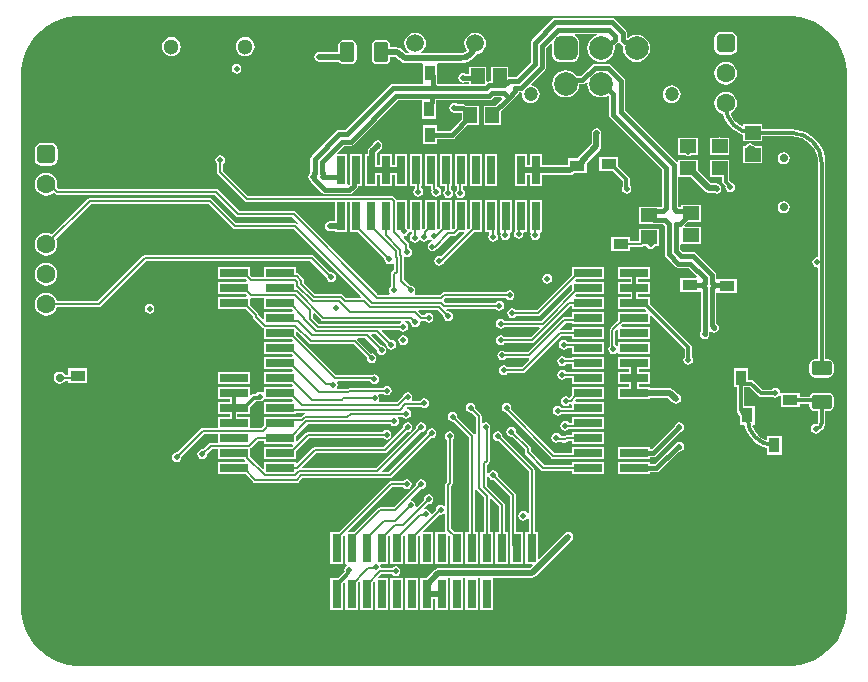
<source format=gbl>
G04*
G04 #@! TF.GenerationSoftware,Altium Limited,Altium Designer,24.3.1 (35)*
G04*
G04 Layer_Physical_Order=4*
G04 Layer_Color=16711680*
%FSLAX44Y44*%
%MOMM*%
G71*
G04*
G04 #@! TF.SameCoordinates,322CD918-2172-4AA8-915D-2EDBC1309AB6*
G04*
G04*
G04 #@! TF.FilePolarity,Positive*
G04*
G01*
G75*
%ADD10C,0.2000*%
%ADD17C,0.1500*%
%ADD20R,1.3000X0.9000*%
%ADD21R,1.3500X1.1500*%
%ADD29R,0.9000X1.3000*%
%ADD43R,1.1500X1.3500*%
%ADD82C,0.5000*%
%ADD83C,0.3000*%
%ADD84C,0.3810*%
%ADD85C,1.6000*%
G04:AMPARAMS|DCode=86|XSize=1.6mm|YSize=1.6mm|CornerRadius=0.4mm|HoleSize=0mm|Usage=FLASHONLY|Rotation=270.000|XOffset=0mm|YOffset=0mm|HoleType=Round|Shape=RoundedRectangle|*
%AMROUNDEDRECTD86*
21,1,1.6000,0.8000,0,0,270.0*
21,1,0.8000,1.6000,0,0,270.0*
1,1,0.8000,-0.4000,-0.4000*
1,1,0.8000,-0.4000,0.4000*
1,1,0.8000,0.4000,0.4000*
1,1,0.8000,0.4000,-0.4000*
%
%ADD86ROUNDEDRECTD86*%
%ADD87C,7.0000*%
%ADD88C,2.0000*%
G04:AMPARAMS|DCode=89|XSize=2mm|YSize=2mm|CornerRadius=0.5mm|HoleSize=0mm|Usage=FLASHONLY|Rotation=270.000|XOffset=0mm|YOffset=0mm|HoleType=Round|Shape=RoundedRectangle|*
%AMROUNDEDRECTD89*
21,1,2.0000,1.0000,0,0,270.0*
21,1,1.0000,2.0000,0,0,270.0*
1,1,1.0000,-0.5000,-0.5000*
1,1,1.0000,-0.5000,0.5000*
1,1,1.0000,0.5000,0.5000*
1,1,1.0000,0.5000,-0.5000*
%
%ADD89ROUNDEDRECTD89*%
%ADD90C,1.2000*%
%ADD91C,1.3000*%
%ADD92C,1.5000*%
%ADD93C,0.7000*%
%ADD94C,0.5000*%
%ADD95R,0.7500X2.4000*%
G04:AMPARAMS|DCode=96|XSize=1.75mm|YSize=1.25mm|CornerRadius=0.3125mm|HoleSize=0mm|Usage=FLASHONLY|Rotation=270.000|XOffset=0mm|YOffset=0mm|HoleType=Round|Shape=RoundedRectangle|*
%AMROUNDEDRECTD96*
21,1,1.7500,0.6250,0,0,270.0*
21,1,1.1250,1.2500,0,0,270.0*
1,1,0.6250,-0.3125,-0.5625*
1,1,0.6250,-0.3125,0.5625*
1,1,0.6250,0.3125,0.5625*
1,1,0.6250,0.3125,-0.5625*
%
%ADD96ROUNDEDRECTD96*%
G04:AMPARAMS|DCode=97|XSize=1.75mm|YSize=1.25mm|CornerRadius=0.3125mm|HoleSize=0mm|Usage=FLASHONLY|Rotation=0.000|XOffset=0mm|YOffset=0mm|HoleType=Round|Shape=RoundedRectangle|*
%AMROUNDEDRECTD97*
21,1,1.7500,0.6250,0,0,0.0*
21,1,1.1250,1.2500,0,0,0.0*
1,1,0.6250,0.5625,-0.3125*
1,1,0.6250,-0.5625,-0.3125*
1,1,0.6250,-0.5625,0.3125*
1,1,0.6250,0.5625,0.3125*
%
%ADD97ROUNDEDRECTD97*%
%ADD98R,2.4000X0.7500*%
G36*
X650000Y550000D02*
X653277D01*
X659775Y549144D01*
X666106Y547448D01*
X672162Y544940D01*
X677838Y541663D01*
X683038Y537673D01*
X687673Y533038D01*
X691663Y527838D01*
X694940Y522162D01*
X697448Y516106D01*
X699144Y509775D01*
X700000Y503277D01*
Y500000D01*
X700000Y500000D01*
X700000Y500000D01*
X700000Y50000D01*
Y46723D01*
X699144Y40224D01*
X697448Y33893D01*
X694940Y27838D01*
X691663Y22162D01*
X687673Y16962D01*
X683038Y12327D01*
X677838Y8337D01*
X672162Y5060D01*
X666106Y2552D01*
X659775Y856D01*
X653277Y0D01*
X650000Y0D01*
X50000Y0D01*
X46723D01*
X40224Y856D01*
X33893Y2552D01*
X27838Y5060D01*
X22162Y8337D01*
X16962Y12327D01*
X12327Y16962D01*
X8337Y22162D01*
X5060Y27838D01*
X2552Y33893D01*
X856Y40224D01*
X0Y46723D01*
X0Y50000D01*
X0Y500000D01*
Y503277D01*
X856Y509775D01*
X2552Y516106D01*
X5060Y522162D01*
X8337Y527838D01*
X12327Y533038D01*
X16962Y537673D01*
X22162Y541663D01*
X27838Y544940D01*
X33893Y547448D01*
X40224Y549144D01*
X46723Y550000D01*
X50000D01*
X50000Y550000D01*
X650000Y550000D01*
D02*
G37*
%LPC*%
G36*
X600900Y536658D02*
X592900D01*
X590754Y536231D01*
X588935Y535015D01*
X587719Y533196D01*
X587292Y531050D01*
Y523050D01*
X587719Y520904D01*
X588935Y519085D01*
X590754Y517869D01*
X592900Y517442D01*
X600900D01*
X603046Y517869D01*
X604865Y519085D01*
X606081Y520904D01*
X606508Y523050D01*
Y531050D01*
X606081Y533196D01*
X604865Y535015D01*
X603046Y536231D01*
X600900Y536658D01*
D02*
G37*
G36*
X190000Y532339D02*
X187912Y532064D01*
X185965Y531258D01*
X184294Y529976D01*
X183012Y528304D01*
X182206Y526358D01*
X181931Y524270D01*
X182206Y522182D01*
X183012Y520235D01*
X184294Y518564D01*
X185965Y517282D01*
X187912Y516476D01*
X190000Y516201D01*
X192088Y516476D01*
X194035Y517282D01*
X195706Y518564D01*
X196988Y520235D01*
X197794Y522182D01*
X198069Y524270D01*
X197794Y526358D01*
X196988Y528304D01*
X195706Y529976D01*
X194035Y531258D01*
X192088Y532064D01*
X190000Y532339D01*
D02*
G37*
G36*
X127500D02*
X125412Y532064D01*
X123465Y531258D01*
X121794Y529976D01*
X120512Y528304D01*
X119706Y526358D01*
X119431Y524270D01*
X119706Y522182D01*
X120512Y520235D01*
X121794Y518564D01*
X123465Y517282D01*
X125412Y516476D01*
X127500Y516201D01*
X129588Y516476D01*
X131535Y517282D01*
X133206Y518564D01*
X134488Y520235D01*
X135294Y522182D01*
X135569Y524270D01*
X135294Y526358D01*
X134488Y528304D01*
X133206Y529976D01*
X131535Y531258D01*
X129588Y532064D01*
X127500Y532339D01*
D02*
G37*
G36*
X500630Y548297D02*
X452688D01*
X451360Y548032D01*
X450233Y547280D01*
X432889Y529935D01*
X432136Y528809D01*
X431872Y527481D01*
Y511133D01*
X419511Y498772D01*
X413065D01*
X412740Y499038D01*
Y507360D01*
X398240D01*
Y494804D01*
X396528D01*
X395510Y494602D01*
X394240Y495310D01*
Y507360D01*
X379740D01*
Y501312D01*
X376654D01*
X376211Y501608D01*
X374650Y501918D01*
X373089Y501608D01*
X371766Y500724D01*
X370882Y499401D01*
X370572Y497840D01*
X370882Y496279D01*
X371766Y494956D01*
X373089Y494072D01*
X374650Y493762D01*
X376211Y494072D01*
X376654Y494368D01*
X379740D01*
Y492427D01*
X352893D01*
X352780Y493650D01*
X352780Y493650D01*
X352780Y493650D01*
Y509002D01*
X352780Y509650D01*
X353792Y510272D01*
X372110D01*
Y510269D01*
X375384Y510592D01*
X378532Y511547D01*
X381433Y513097D01*
X383976Y515184D01*
X386063Y517727D01*
X386299Y518168D01*
X387160Y518282D01*
X389349Y519188D01*
X391229Y520631D01*
X392672Y522511D01*
X393578Y524701D01*
X393888Y527050D01*
X393578Y529399D01*
X392672Y531589D01*
X391229Y533469D01*
X389349Y534911D01*
X387160Y535818D01*
X384810Y536128D01*
X382461Y535818D01*
X380271Y534911D01*
X378391Y533469D01*
X376949Y531589D01*
X376042Y529399D01*
X375732Y527050D01*
X376042Y524701D01*
X376949Y522511D01*
X378182Y520903D01*
X376433Y519562D01*
X374348Y518698D01*
X372187Y518413D01*
X372110Y518428D01*
X339644D01*
X339213Y519698D01*
X340429Y520631D01*
X341871Y522511D01*
X342778Y524701D01*
X343088Y527050D01*
X342778Y529399D01*
X341871Y531589D01*
X340429Y533469D01*
X338549Y534911D01*
X336359Y535818D01*
X334010Y536128D01*
X331660Y535818D01*
X329471Y534911D01*
X327591Y533469D01*
X326148Y531589D01*
X325242Y529399D01*
X324932Y527050D01*
X325242Y524701D01*
X326148Y522511D01*
X327591Y520631D01*
X328807Y519698D01*
X328376Y518428D01*
X326494D01*
X320907Y522677D01*
X320436Y522906D01*
X319999Y523198D01*
X319727Y523252D01*
X319477Y523374D01*
X318953Y523406D01*
X318439Y523508D01*
X312921D01*
Y525055D01*
X312562Y526860D01*
X311539Y528389D01*
X310010Y529412D01*
X308205Y529771D01*
X301955D01*
X300150Y529412D01*
X298621Y528389D01*
X297598Y526860D01*
X297239Y525055D01*
Y513805D01*
X297598Y512000D01*
X298621Y510471D01*
X300150Y509448D01*
X301955Y509089D01*
X308205D01*
X310010Y509448D01*
X311539Y510471D01*
X312562Y512000D01*
X312921Y513805D01*
Y515352D01*
X317064D01*
X322652Y511104D01*
X323123Y510873D01*
X323559Y510582D01*
X323832Y510528D01*
X324082Y510406D01*
X324606Y510374D01*
X325120Y510272D01*
X326805Y510272D01*
X339767D01*
X340780Y509650D01*
X340780Y509002D01*
Y493650D01*
X340780D01*
X340667Y492427D01*
X315499D01*
X314171Y492162D01*
X313044Y491410D01*
X275209Y453574D01*
X269472D01*
X268144Y453310D01*
X267017Y452558D01*
X246365Y431906D01*
X245613Y430779D01*
X245348Y429451D01*
Y418657D01*
X245053Y418215D01*
X244796Y416924D01*
X244766Y416904D01*
X243882Y415581D01*
X243572Y414020D01*
X243882Y412459D01*
X244766Y411136D01*
X245052Y410945D01*
X245053Y410942D01*
X245805Y409815D01*
X255486Y400135D01*
X256612Y399383D01*
X257941Y399118D01*
X278130D01*
X279459Y399383D01*
X280585Y400135D01*
X284452Y404003D01*
X285205Y405129D01*
X285378Y406000D01*
X289093D01*
Y433000D01*
X278592D01*
Y417990D01*
X278526Y417655D01*
Y407896D01*
X277663Y407032D01*
X276392Y407558D01*
Y433000D01*
X267919D01*
X267433Y434173D01*
X273540Y440281D01*
X279277D01*
X280606Y440545D01*
X281732Y441298D01*
X319568Y479133D01*
X339510D01*
Y463170D01*
X351510D01*
Y477239D01*
X351577Y477575D01*
Y478935D01*
X351775Y479133D01*
X396781D01*
X398109Y479398D01*
X399235Y480150D01*
X400596Y481511D01*
X406855D01*
X407381Y480241D01*
X401480Y474340D01*
X391890D01*
Y457840D01*
X406390D01*
Y469430D01*
X415520Y478560D01*
X420965Y484005D01*
X421718Y485132D01*
X421786Y485478D01*
X423166D01*
X424320Y484515D01*
X424235Y483870D01*
X424493Y481912D01*
X425249Y480088D01*
X426451Y478521D01*
X428018Y477319D01*
X429842Y476563D01*
X431800Y476305D01*
X433758Y476563D01*
X435582Y477319D01*
X437149Y478521D01*
X438351Y480088D01*
X439107Y481912D01*
X439365Y483870D01*
X439107Y485828D01*
X438351Y487652D01*
X437149Y489219D01*
X435582Y490421D01*
X433758Y491177D01*
X432657Y491322D01*
X432202Y492663D01*
X444149Y504610D01*
X444901Y505736D01*
X445166Y507065D01*
Y523412D01*
X448664Y526911D01*
X449934Y526385D01*
Y517760D01*
X450157Y516063D01*
X450812Y514482D01*
X451854Y513124D01*
X453212Y512082D01*
X454793Y511427D01*
X456490Y511204D01*
X466490D01*
X468187Y511427D01*
X469768Y512082D01*
X471126Y513124D01*
X472168Y514482D01*
X472823Y516063D01*
X473046Y517760D01*
Y527760D01*
X472823Y529457D01*
X472168Y531038D01*
X471126Y532396D01*
X469768Y533438D01*
X469054Y533733D01*
X469307Y535003D01*
X487678D01*
X487931Y533733D01*
X485690Y532805D01*
X483288Y530962D01*
X481445Y528560D01*
X480286Y525762D01*
X479891Y522760D01*
X480286Y519758D01*
X481445Y516960D01*
X483288Y514558D01*
X485690Y512715D01*
X488488Y511556D01*
X491490Y511161D01*
X494492Y511556D01*
X497290Y512715D01*
X499692Y514558D01*
X501535Y516960D01*
X502694Y519758D01*
X503089Y522760D01*
X502821Y524800D01*
X502932Y524912D01*
X503538Y525316D01*
X505718Y527496D01*
X505977Y527676D01*
X507003D01*
X507262Y527496D01*
X509442Y525316D01*
X510048Y524912D01*
X510159Y524800D01*
X509891Y522760D01*
X510286Y519758D01*
X511445Y516960D01*
X513288Y514558D01*
X515690Y512715D01*
X518488Y511556D01*
X521490Y511161D01*
X524492Y511556D01*
X527290Y512715D01*
X529692Y514558D01*
X531535Y516960D01*
X532694Y519758D01*
X533089Y522760D01*
X532694Y525762D01*
X531535Y528560D01*
X529692Y530962D01*
X527290Y532805D01*
X524492Y533964D01*
X521490Y534359D01*
X518488Y533964D01*
X515690Y532805D01*
X514407Y531820D01*
X513137Y532447D01*
Y535790D01*
X512872Y537118D01*
X512120Y538245D01*
X503084Y547280D01*
X501958Y548032D01*
X500630Y548297D01*
D02*
G37*
G36*
X279705Y529771D02*
X273455D01*
X271650Y529412D01*
X270121Y528389D01*
X269098Y526860D01*
X268739Y525055D01*
Y519698D01*
X252730D01*
X251169Y519388D01*
X249846Y518504D01*
X248962Y517181D01*
X248652Y515620D01*
X248962Y514059D01*
X249846Y512736D01*
X251169Y511852D01*
X252730Y511542D01*
X269405D01*
X270121Y510471D01*
X271650Y509448D01*
X273455Y509089D01*
X279705D01*
X281510Y509448D01*
X283039Y510471D01*
X284062Y512000D01*
X284421Y513805D01*
Y525055D01*
X284062Y526860D01*
X283039Y528389D01*
X281510Y529412D01*
X279705Y529771D01*
D02*
G37*
G36*
X182880Y509538D02*
X181319Y509228D01*
X179996Y508344D01*
X179112Y507021D01*
X178802Y505460D01*
X179112Y503899D01*
X179996Y502576D01*
X181319Y501692D01*
X182880Y501382D01*
X184441Y501692D01*
X185764Y502576D01*
X186648Y503899D01*
X186958Y505460D01*
X186648Y507021D01*
X185764Y508344D01*
X184441Y509228D01*
X182880Y509538D01*
D02*
G37*
G36*
X497043Y509637D02*
X485938D01*
X484609Y509372D01*
X483483Y508620D01*
X474192Y499329D01*
X470945D01*
X469692Y500962D01*
X467290Y502805D01*
X464492Y503964D01*
X461490Y504359D01*
X458488Y503964D01*
X455690Y502805D01*
X453288Y500962D01*
X451445Y498560D01*
X450286Y495762D01*
X449891Y492760D01*
X450286Y489758D01*
X451445Y486960D01*
X453288Y484558D01*
X455690Y482715D01*
X458488Y481556D01*
X461490Y481161D01*
X464492Y481556D01*
X467290Y482715D01*
X469692Y484558D01*
X471535Y486960D01*
X472694Y489758D01*
X473040Y492386D01*
X475630D01*
X476959Y492650D01*
X478085Y493403D01*
X478865Y494183D01*
X480004Y493621D01*
X479891Y492760D01*
X480286Y489758D01*
X481445Y486960D01*
X483288Y484558D01*
X485690Y482715D01*
X488488Y481556D01*
X491490Y481161D01*
X494492Y481556D01*
X497040Y482611D01*
X497844Y482229D01*
X498263Y481861D01*
Y466450D01*
X498528Y465121D01*
X499280Y463995D01*
X543000Y420275D01*
Y388875D01*
X542802Y388677D01*
X535975D01*
X535640Y388610D01*
X523880D01*
Y374110D01*
X535640D01*
X535975Y374043D01*
X543770D01*
X545168Y372645D01*
Y348227D01*
X545433Y346898D01*
X546185Y345772D01*
X553997Y337960D01*
X555123Y337208D01*
X556451Y336943D01*
X565183D01*
X572303Y329823D01*
X571817Y328650D01*
X558420D01*
Y316650D01*
X574420D01*
Y316650D01*
X575648Y316549D01*
Y282674D01*
X575352Y282231D01*
X575042Y280670D01*
X575352Y279109D01*
X576236Y277786D01*
X577559Y276902D01*
X579120Y276592D01*
X580681Y276902D01*
X582004Y277786D01*
X582888Y279109D01*
X583198Y280670D01*
X582888Y282231D01*
X583033Y282502D01*
X583268Y282620D01*
X584622Y282778D01*
X585500Y282192D01*
X587061Y281881D01*
X588622Y282192D01*
X589945Y283076D01*
X590829Y284399D01*
X591139Y285959D01*
X590829Y287520D01*
X589945Y288843D01*
X589694Y289011D01*
X589516Y289278D01*
X588942Y289852D01*
Y315279D01*
X590170Y315380D01*
Y315380D01*
X606170D01*
Y327380D01*
X590170D01*
Y327380D01*
X588942Y327481D01*
Y330547D01*
X588677Y331875D01*
X587925Y333001D01*
X571706Y349220D01*
X570580Y349973D01*
X569252Y350237D01*
X560520D01*
X558462Y352295D01*
Y356536D01*
X559440Y357240D01*
X575940D01*
Y371740D01*
X562369D01*
X561883Y372913D01*
X564710Y375740D01*
X575940D01*
Y390240D01*
X559440D01*
Y388677D01*
X556492D01*
X556294Y388875D01*
Y413011D01*
X556900Y414030D01*
X557564Y414030D01*
X567632D01*
X580303Y401359D01*
X580303Y401359D01*
X581627Y400475D01*
X583187Y400164D01*
X587611D01*
X587719Y400092D01*
X589280Y399782D01*
X590841Y400092D01*
X592164Y400976D01*
X593048Y402299D01*
X593358Y403860D01*
X593048Y405421D01*
X592164Y406744D01*
X592164Y406744D01*
X591781Y407127D01*
X590458Y408011D01*
X588897Y408321D01*
X588897Y408321D01*
X584877D01*
X573400Y419798D01*
Y428530D01*
X556900D01*
Y426655D01*
X555630Y426269D01*
X555277Y426798D01*
X511557Y470518D01*
Y495122D01*
X511292Y496451D01*
X510540Y497577D01*
X499497Y508620D01*
X498371Y509372D01*
X497043Y509637D01*
D02*
G37*
G36*
X596900Y511232D02*
X594420Y510905D01*
X592109Y509948D01*
X590125Y508425D01*
X588602Y506441D01*
X587645Y504130D01*
X587318Y501650D01*
X587645Y499170D01*
X588602Y496859D01*
X590125Y494874D01*
X592109Y493352D01*
X594420Y492394D01*
X596900Y492068D01*
X599380Y492394D01*
X601691Y493352D01*
X603675Y494874D01*
X605198Y496859D01*
X606156Y499170D01*
X606482Y501650D01*
X606156Y504130D01*
X605198Y506441D01*
X603675Y508425D01*
X601691Y509948D01*
X599380Y510905D01*
X596900Y511232D01*
D02*
G37*
G36*
X551180Y491435D02*
X549222Y491177D01*
X547398Y490421D01*
X545831Y489219D01*
X544629Y487652D01*
X543873Y485828D01*
X543615Y483870D01*
X543873Y481912D01*
X544629Y480088D01*
X545831Y478521D01*
X547398Y477319D01*
X549222Y476563D01*
X551180Y476305D01*
X553138Y476563D01*
X554962Y477319D01*
X556529Y478521D01*
X557731Y480088D01*
X558487Y481912D01*
X558745Y483870D01*
X558487Y485828D01*
X557731Y487652D01*
X556529Y489219D01*
X554962Y490421D01*
X553138Y491177D01*
X551180Y491435D01*
D02*
G37*
G36*
X367030Y476518D02*
X365469Y476208D01*
X364146Y475324D01*
X363262Y474001D01*
X362952Y472440D01*
X363262Y470879D01*
X364146Y469556D01*
X365469Y468672D01*
X367030Y468362D01*
X367326Y468420D01*
X367640Y468358D01*
X373390D01*
Y462750D01*
X363692Y453052D01*
X352780D01*
Y457580D01*
X340780D01*
Y441580D01*
X352780D01*
Y446108D01*
X365130D01*
X366459Y446373D01*
X367585Y447125D01*
X378300Y457840D01*
X387890D01*
Y474340D01*
X377272D01*
X376229Y475037D01*
X374900Y475301D01*
X369929D01*
X369914Y475324D01*
X368591Y476208D01*
X367030Y476518D01*
D02*
G37*
G36*
X591820Y447308D02*
X590421Y447030D01*
X583570D01*
Y432530D01*
X600070D01*
Y447030D01*
X593219D01*
X591820Y447308D01*
D02*
G37*
G36*
X573400Y447030D02*
X556900D01*
Y432530D01*
X562751D01*
X562987Y432177D01*
X563979Y431514D01*
X565150Y431281D01*
X566320Y431514D01*
X567313Y432177D01*
X567549Y432530D01*
X573400D01*
Y447030D01*
D02*
G37*
G36*
X617220Y442228D02*
X615659Y441918D01*
X614336Y441034D01*
X613619Y439960D01*
X611510D01*
Y425460D01*
X628010D01*
Y439960D01*
X622159D01*
X621923Y440313D01*
X620930Y440976D01*
X619877Y441185D01*
X618781Y441918D01*
X617220Y442228D01*
D02*
G37*
G36*
X646060Y434788D02*
X644109Y434400D01*
X642455Y433295D01*
X641350Y431641D01*
X640962Y429690D01*
X641350Y427739D01*
X642455Y426085D01*
X644109Y424980D01*
X646060Y424592D01*
X648011Y424980D01*
X649665Y426085D01*
X650770Y427739D01*
X651158Y429690D01*
X650770Y431641D01*
X649665Y433295D01*
X648011Y434400D01*
X646060Y434788D01*
D02*
G37*
G36*
X487680Y454928D02*
X486119Y454618D01*
X484796Y453734D01*
X484616Y453554D01*
X483732Y452231D01*
X483422Y450670D01*
X483422Y450670D01*
Y441539D01*
X472286Y430404D01*
X471696Y429520D01*
X463170D01*
Y423578D01*
X441493D01*
Y433000D01*
X430993D01*
Y423578D01*
X428792D01*
Y433000D01*
X418293D01*
Y406000D01*
X428792D01*
Y415422D01*
X430993D01*
Y406000D01*
X441493D01*
Y415422D01*
X465150D01*
X465150Y415422D01*
X466711Y415732D01*
X468034Y416616D01*
X468938Y417520D01*
X479170D01*
Y425126D01*
X479248Y425520D01*
X479248Y425520D01*
Y425831D01*
X490384Y436966D01*
X491268Y438289D01*
X491578Y439850D01*
X491578Y439850D01*
Y449945D01*
X491758Y450850D01*
X491448Y452411D01*
X490564Y453734D01*
X489241Y454618D01*
X487680Y454928D01*
D02*
G37*
G36*
X25590Y442678D02*
X17590D01*
X15444Y442251D01*
X13625Y441035D01*
X12409Y439216D01*
X11982Y437070D01*
Y429070D01*
X12409Y426924D01*
X13625Y425105D01*
X15444Y423889D01*
X17590Y423462D01*
X25590D01*
X27736Y423889D01*
X29555Y425105D01*
X30771Y426924D01*
X31198Y429070D01*
Y437070D01*
X30771Y439216D01*
X29555Y441035D01*
X27736Y442251D01*
X25590Y442678D01*
D02*
G37*
G36*
X403392Y433000D02*
X392892D01*
Y406000D01*
X403392D01*
Y433000D01*
D02*
G37*
G36*
X390692D02*
X380192D01*
Y406000D01*
X390692D01*
Y433000D01*
D02*
G37*
G36*
X302260Y444768D02*
X300699Y444458D01*
X299376Y443574D01*
X298492Y442251D01*
X298467Y442123D01*
X294909Y438565D01*
X294025Y437242D01*
X293714Y435681D01*
X293714Y435681D01*
Y433000D01*
X291292D01*
Y406000D01*
X301793D01*
Y415422D01*
X303993D01*
Y406000D01*
X314492D01*
Y415422D01*
X316693D01*
Y406000D01*
X327192D01*
Y433000D01*
X316693D01*
Y423578D01*
X314492D01*
Y433000D01*
X303993D01*
Y423578D01*
X301871D01*
Y433992D01*
X305144Y437265D01*
X306028Y438588D01*
X306338Y440149D01*
X306338Y440149D01*
Y440690D01*
X306028Y442251D01*
X305144Y443574D01*
X303821Y444458D01*
X302260Y444768D01*
D02*
G37*
G36*
X600070Y428530D02*
X583570D01*
Y414030D01*
X594011D01*
Y409852D01*
X594011Y409852D01*
X594244Y408682D01*
X594907Y407690D01*
X596770Y405826D01*
X596632Y405130D01*
X596942Y403569D01*
X597826Y402246D01*
X599149Y401362D01*
X600710Y401052D01*
X602271Y401362D01*
X603594Y402246D01*
X604478Y403569D01*
X604788Y405130D01*
X604478Y406691D01*
X603594Y408014D01*
X602510Y408738D01*
X600129Y411119D01*
Y417030D01*
X600070Y417326D01*
Y428530D01*
D02*
G37*
G36*
X505840Y430790D02*
X489840D01*
Y418790D01*
X501514D01*
X509711Y410593D01*
Y406018D01*
X509312Y405421D01*
X509002Y403860D01*
X509312Y402299D01*
X510196Y400976D01*
X511519Y400092D01*
X513080Y399782D01*
X514641Y400092D01*
X515964Y400976D01*
X516848Y402299D01*
X517158Y403860D01*
X516848Y405421D01*
X515964Y406744D01*
X515829Y406834D01*
Y411860D01*
X515596Y413031D01*
X514933Y414023D01*
X514933Y414023D01*
X505840Y423116D01*
Y430790D01*
D02*
G37*
G36*
X352593Y433000D02*
X342093D01*
Y406000D01*
X347544D01*
Y403829D01*
X347738Y402854D01*
X347953Y402532D01*
X347712Y401320D01*
X348022Y399759D01*
X348906Y398436D01*
X350229Y397552D01*
X351790Y397242D01*
X353351Y397552D01*
X354674Y398436D01*
X355558Y399759D01*
X355868Y401320D01*
X355558Y402881D01*
X354674Y404204D01*
X353351Y405088D01*
X352641Y405229D01*
Y416750D01*
X352593Y416996D01*
Y433000D01*
D02*
G37*
G36*
X339893D02*
X329393D01*
Y406000D01*
X334001D01*
Y404428D01*
X333666Y404204D01*
X332782Y402881D01*
X332472Y401320D01*
X332782Y399759D01*
X333666Y398436D01*
X334989Y397552D01*
X336550Y397242D01*
X338111Y397552D01*
X339434Y398436D01*
X340318Y399759D01*
X340628Y401320D01*
X340318Y402881D01*
X339434Y404204D01*
X339099Y404428D01*
Y406000D01*
X339893D01*
Y433000D01*
D02*
G37*
G36*
X377993D02*
X367492D01*
Y406000D01*
X369561D01*
Y403158D01*
X369226Y402934D01*
X368342Y401611D01*
X368032Y400050D01*
X368342Y398489D01*
X369226Y397166D01*
X370549Y396282D01*
X372110Y395972D01*
X373671Y396282D01*
X374994Y397166D01*
X375878Y398489D01*
X376188Y400050D01*
X375878Y401611D01*
X374994Y402934D01*
X374659Y403158D01*
Y406000D01*
X377993D01*
Y433000D01*
D02*
G37*
G36*
X365293D02*
X354793D01*
Y406000D01*
X359401D01*
Y403158D01*
X359066Y402934D01*
X358182Y401611D01*
X357872Y400050D01*
X358182Y398489D01*
X359066Y397166D01*
X360389Y396282D01*
X361950Y395972D01*
X363511Y396282D01*
X364834Y397166D01*
X365718Y398489D01*
X366028Y400050D01*
X365718Y401611D01*
X364834Y402934D01*
X364499Y403158D01*
Y406000D01*
X365293D01*
Y433000D01*
D02*
G37*
G36*
X646060Y393288D02*
X644109Y392900D01*
X642455Y391795D01*
X641350Y390141D01*
X640962Y388190D01*
X641350Y386239D01*
X642455Y384585D01*
X644109Y383480D01*
X646060Y383092D01*
X648011Y383480D01*
X649665Y384585D01*
X650770Y386239D01*
X651158Y388190D01*
X650770Y390141D01*
X649665Y391795D01*
X648011Y392900D01*
X646060Y393288D01*
D02*
G37*
G36*
X428792Y394000D02*
X418293D01*
Y367950D01*
X417872Y367321D01*
X417562Y365760D01*
X417872Y364199D01*
X418756Y362876D01*
X420079Y361992D01*
X421640Y361682D01*
X423201Y361992D01*
X424524Y362876D01*
X425408Y364199D01*
X425718Y365760D01*
X425667Y366018D01*
X426473Y367000D01*
X428792D01*
Y394000D01*
D02*
G37*
G36*
X441493D02*
X430993D01*
Y367000D01*
X431065D01*
X431778Y365730D01*
X431532Y364490D01*
X431842Y362929D01*
X432726Y361606D01*
X434049Y360722D01*
X435610Y360412D01*
X437171Y360722D01*
X438494Y361606D01*
X439378Y362929D01*
X439688Y364490D01*
X439442Y365730D01*
X440155Y367000D01*
X441493D01*
Y394000D01*
D02*
G37*
G36*
X416092D02*
X405592D01*
Y367000D01*
X405665D01*
X406378Y365730D01*
X406132Y364490D01*
X406442Y362929D01*
X407326Y361606D01*
X408649Y360722D01*
X410210Y360412D01*
X411771Y360722D01*
X413094Y361606D01*
X413978Y362929D01*
X414288Y364490D01*
X414042Y365730D01*
X414755Y367000D01*
X416092D01*
Y394000D01*
D02*
G37*
G36*
X540380Y370110D02*
X523880D01*
Y359349D01*
X516000D01*
Y362800D01*
X500000D01*
Y350800D01*
X516000D01*
Y354251D01*
X525070D01*
X526045Y354445D01*
X526872Y354998D01*
X527485Y355610D01*
X529479D01*
X529539Y355304D01*
X530424Y353981D01*
X531747Y353097D01*
X533307Y352787D01*
X534868Y353097D01*
X536191Y353981D01*
X537075Y355304D01*
X537136Y355610D01*
X540380D01*
Y370110D01*
D02*
G37*
G36*
X403392Y394000D02*
X392892D01*
Y367000D01*
X396354D01*
X396430Y366916D01*
X396916Y365730D01*
X396282Y364781D01*
X395972Y363220D01*
X396282Y361659D01*
X397166Y360336D01*
X398489Y359452D01*
X400050Y359142D01*
X401611Y359452D01*
X402934Y360336D01*
X403818Y361659D01*
X404128Y363220D01*
X403818Y364781D01*
X403184Y365730D01*
X403392Y367000D01*
X403392D01*
Y394000D01*
D02*
G37*
G36*
X246380Y347989D02*
X105410D01*
X104434Y347795D01*
X103608Y347242D01*
X64984Y308619D01*
X30817D01*
X29888Y310861D01*
X28365Y312845D01*
X26381Y314368D01*
X24070Y315326D01*
X21590Y315652D01*
X19110Y315326D01*
X16799Y314368D01*
X14815Y312845D01*
X13292Y310861D01*
X12335Y308550D01*
X12008Y306070D01*
X12335Y303590D01*
X13292Y301279D01*
X14815Y299294D01*
X16799Y297772D01*
X19110Y296814D01*
X21590Y296488D01*
X24070Y296814D01*
X26381Y297772D01*
X28365Y299294D01*
X29888Y301279D01*
X30817Y303521D01*
X66040D01*
X67016Y303715D01*
X67842Y304268D01*
X106466Y342891D01*
X245324D01*
X258890Y329325D01*
X258812Y328930D01*
X259122Y327369D01*
X260006Y326046D01*
X261329Y325162D01*
X262890Y324852D01*
X264451Y325162D01*
X265774Y326046D01*
X266658Y327369D01*
X266968Y328930D01*
X266658Y330491D01*
X265774Y331814D01*
X264451Y332698D01*
X262890Y333008D01*
X262495Y332930D01*
X248182Y347242D01*
X247355Y347795D01*
X246380Y347989D01*
D02*
G37*
G36*
X445770Y331738D02*
X444209Y331428D01*
X442886Y330544D01*
X442002Y329221D01*
X441692Y327660D01*
X442002Y326099D01*
X442886Y324776D01*
X444209Y323892D01*
X445770Y323582D01*
X447331Y323892D01*
X448654Y324776D01*
X449538Y326099D01*
X449848Y327660D01*
X449538Y329221D01*
X448654Y330544D01*
X447331Y331428D01*
X445770Y331738D01*
D02*
G37*
G36*
X21590Y341052D02*
X19110Y340726D01*
X16799Y339768D01*
X14815Y338246D01*
X13292Y336261D01*
X12335Y333950D01*
X12008Y331470D01*
X12335Y328990D01*
X13292Y326679D01*
X14815Y324695D01*
X16799Y323172D01*
X19110Y322215D01*
X21590Y321888D01*
X24070Y322215D01*
X26381Y323172D01*
X28365Y324695D01*
X29888Y326679D01*
X30845Y328990D01*
X31172Y331470D01*
X30845Y333950D01*
X29888Y336261D01*
X28365Y338246D01*
X26381Y339768D01*
X24070Y340726D01*
X21590Y341052D01*
D02*
G37*
G36*
X168910Y432068D02*
X167349Y431758D01*
X166026Y430874D01*
X165142Y429551D01*
X164832Y427990D01*
X165142Y426429D01*
X166026Y425106D01*
X166361Y424882D01*
Y417830D01*
X166555Y416855D01*
X167108Y416028D01*
X189938Y393198D01*
X190765Y392645D01*
X191740Y392451D01*
X265893D01*
Y376188D01*
X261620D01*
X260059Y375878D01*
X258736Y374994D01*
X257852Y373671D01*
X257542Y372110D01*
X257852Y370549D01*
X258736Y369226D01*
X260059Y368342D01*
X261620Y368032D01*
X265893D01*
Y367000D01*
X276392D01*
Y392451D01*
X278592D01*
Y367000D01*
X285488D01*
X307977Y344511D01*
X307898Y344116D01*
X308209Y342555D01*
X309093Y341232D01*
X310416Y340348D01*
X311977Y340037D01*
X313538Y340348D01*
X314452Y340959D01*
X315722Y340409D01*
Y334844D01*
X313957Y333079D01*
X313405Y332253D01*
X313211Y331277D01*
Y321016D01*
X312876Y320792D01*
X311992Y319469D01*
X311681Y317908D01*
X311992Y316347D01*
X312522Y315554D01*
X311872Y314284D01*
X302731D01*
X232942Y384072D01*
X232115Y384625D01*
X231140Y384819D01*
X185206D01*
X166762Y403262D01*
X165935Y403815D01*
X164960Y404009D01*
X31992D01*
X30835Y405166D01*
X30845Y405190D01*
X31172Y407670D01*
X30845Y410150D01*
X29888Y412461D01*
X28365Y414445D01*
X26381Y415968D01*
X24070Y416926D01*
X21590Y417252D01*
X19110Y416926D01*
X16799Y415968D01*
X14815Y414445D01*
X13292Y412461D01*
X12335Y410150D01*
X12008Y407670D01*
X12335Y405190D01*
X13292Y402879D01*
X14815Y400895D01*
X16799Y399372D01*
X19110Y398414D01*
X21590Y398088D01*
X24070Y398414D01*
X26381Y399372D01*
X28100Y400691D01*
X29134Y399658D01*
X29961Y399105D01*
X30936Y398911D01*
X163904D01*
X182348Y380468D01*
X183174Y379915D01*
X184150Y379721D01*
X230084D01*
X234674Y375132D01*
X233864Y374145D01*
X233386Y374465D01*
X232410Y374659D01*
X182666D01*
X161822Y395502D01*
X160996Y396055D01*
X160020Y396249D01*
X58420D01*
X57445Y396055D01*
X56618Y395502D01*
X26312Y365197D01*
X24070Y366125D01*
X21590Y366452D01*
X19110Y366125D01*
X16799Y365168D01*
X14815Y363645D01*
X13292Y361661D01*
X12335Y359350D01*
X12008Y356870D01*
X12335Y354390D01*
X13292Y352079D01*
X14815Y350094D01*
X16799Y348572D01*
X19110Y347615D01*
X21590Y347288D01*
X24070Y347615D01*
X26381Y348572D01*
X28365Y350094D01*
X29888Y352079D01*
X30845Y354390D01*
X31172Y356870D01*
X30845Y359350D01*
X29917Y361592D01*
X59476Y391151D01*
X158964D01*
X179808Y370308D01*
X180635Y369755D01*
X181610Y369561D01*
X231354D01*
X288463Y312452D01*
X287977Y311279D01*
X275661D01*
X272907Y314032D01*
X272080Y314585D01*
X271105Y314779D01*
X249611D01*
X240049Y324341D01*
Y326085D01*
X239855Y327061D01*
X239302Y327888D01*
X235588Y331602D01*
X234761Y332155D01*
X233785Y332349D01*
X233000D01*
Y337800D01*
X206000D01*
Y328849D01*
X196056D01*
X194000Y330905D01*
Y337800D01*
X167000D01*
Y327300D01*
X190395D01*
X191422Y326273D01*
X190936Y325100D01*
X167000D01*
Y314600D01*
X190395D01*
X191422Y313573D01*
X190936Y312400D01*
X167000D01*
Y301900D01*
X190395D01*
X196433Y295862D01*
Y295682D01*
X196627Y294707D01*
X197180Y293880D01*
X204862Y286198D01*
X205689Y285645D01*
X206000Y285583D01*
Y276500D01*
X229395D01*
X230422Y275473D01*
X229936Y274300D01*
X206000D01*
Y263800D01*
X229395D01*
X230422Y262773D01*
X229936Y261600D01*
X206000D01*
Y251100D01*
X229395D01*
X230422Y250073D01*
X229936Y248900D01*
X206000D01*
Y238400D01*
X229395D01*
X230422Y237373D01*
X229936Y236200D01*
X206000D01*
Y231834D01*
X204730Y231155D01*
X204061Y231603D01*
X202500Y231913D01*
X200939Y231603D01*
X199616Y230718D01*
X199222Y230128D01*
X197569D01*
X197569Y230128D01*
X196399Y229895D01*
X195406Y229232D01*
X195406Y229232D01*
X195173Y228999D01*
X194000Y229485D01*
Y236200D01*
X167000D01*
Y225700D01*
X177441D01*
Y223500D01*
X167000D01*
Y213000D01*
X177441D01*
Y210800D01*
X167000D01*
Y201649D01*
X154650D01*
X153674Y201455D01*
X152848Y200902D01*
X132475Y180530D01*
X132080Y180608D01*
X130519Y180298D01*
X129196Y179414D01*
X128312Y178091D01*
X128002Y176530D01*
X128312Y174969D01*
X129196Y173646D01*
X130519Y172762D01*
X132080Y172452D01*
X133641Y172762D01*
X134964Y173646D01*
X135848Y174969D01*
X136158Y176530D01*
X136080Y176925D01*
X155706Y196551D01*
X167000D01*
Y188949D01*
X161000D01*
X160025Y188755D01*
X159198Y188202D01*
X154065Y183070D01*
X153670Y183148D01*
X152109Y182838D01*
X150786Y181954D01*
X149902Y180631D01*
X149592Y179070D01*
X149902Y177509D01*
X150786Y176186D01*
X152109Y175302D01*
X153670Y174992D01*
X155231Y175302D01*
X156554Y176186D01*
X157438Y177509D01*
X157748Y179070D01*
X157670Y179465D01*
X162056Y183851D01*
X167000D01*
Y174900D01*
X189338D01*
X189698Y174362D01*
X190186Y173873D01*
X189700Y172700D01*
X167000D01*
Y162200D01*
X190395D01*
X196918Y155678D01*
X197745Y155125D01*
X198720Y154931D01*
X233765D01*
X234741Y155125D01*
X235568Y155678D01*
X238541Y158651D01*
X312330D01*
X313305Y158845D01*
X314132Y159398D01*
X347585Y192850D01*
X347980Y192772D01*
X349541Y193082D01*
X350864Y193966D01*
X351748Y195289D01*
X352058Y196850D01*
X351748Y198411D01*
X350864Y199734D01*
X349541Y200618D01*
X347980Y200928D01*
X346419Y200618D01*
X345096Y199734D01*
X344212Y198411D01*
X343902Y196850D01*
X343980Y196455D01*
X311274Y163749D01*
X306173D01*
X305687Y164922D01*
X338695Y197930D01*
X339090Y197852D01*
X340651Y198162D01*
X341974Y199046D01*
X342858Y200369D01*
X343168Y201930D01*
X342858Y203491D01*
X341974Y204814D01*
X340651Y205698D01*
X339090Y206008D01*
X337529Y205698D01*
X336206Y204814D01*
X335322Y203491D01*
X335012Y201930D01*
X335090Y201535D01*
X300804Y167249D01*
X238899D01*
X238413Y168422D01*
X249829Y179838D01*
X308117D01*
X309093Y180032D01*
X309919Y180585D01*
X327265Y197930D01*
X327660Y197852D01*
X329221Y198162D01*
X330544Y199046D01*
X331428Y200369D01*
X331738Y201930D01*
X331428Y203491D01*
X330544Y204814D01*
X329221Y205698D01*
X327660Y206008D01*
X326099Y205698D01*
X324776Y204814D01*
X323892Y203491D01*
X323582Y201930D01*
X323660Y201535D01*
X307061Y184936D01*
X248773D01*
X247797Y184742D01*
X246971Y184189D01*
X234173Y171392D01*
X233000Y171878D01*
Y172700D01*
X206000D01*
Y166929D01*
X204827Y166443D01*
X194049Y177220D01*
Y177400D01*
X194000Y177646D01*
Y183983D01*
X194311Y184045D01*
X195138Y184598D01*
X200841Y190301D01*
X206000D01*
Y187600D01*
X229936D01*
X230422Y186427D01*
X229395Y185400D01*
X206000D01*
Y174900D01*
X233000D01*
Y181795D01*
X244236Y193031D01*
X306772D01*
X306996Y192696D01*
X308319Y191812D01*
X309880Y191502D01*
X311441Y191812D01*
X312764Y192696D01*
X313648Y194019D01*
X313958Y195580D01*
X313648Y197141D01*
X312764Y198464D01*
X311441Y199348D01*
X309880Y199658D01*
X308319Y199348D01*
X306996Y198464D01*
X306772Y198129D01*
X243180D01*
X242204Y197935D01*
X241378Y197382D01*
X234173Y190178D01*
X233000Y190664D01*
Y194495D01*
X242966Y204461D01*
X313122D01*
X313346Y204126D01*
X314669Y203242D01*
X316230Y202932D01*
X317791Y203242D01*
X319114Y204126D01*
X319998Y205449D01*
X320308Y207010D01*
X319998Y208571D01*
X319350Y209541D01*
X319804Y210686D01*
X319912Y210811D01*
X323282D01*
X323506Y210476D01*
X324829Y209592D01*
X326390Y209282D01*
X327951Y209592D01*
X329274Y210476D01*
X330158Y211799D01*
X330468Y213360D01*
X330158Y214921D01*
X329274Y216244D01*
X327951Y217128D01*
X327901Y217138D01*
X327286Y218555D01*
X327411Y218755D01*
X327471Y218781D01*
X339622D01*
X340069Y218482D01*
X341630Y218172D01*
X343191Y218482D01*
X344514Y219366D01*
X345398Y220689D01*
X345708Y222250D01*
X345398Y223811D01*
X344514Y225134D01*
X343191Y226018D01*
X341630Y226328D01*
X340069Y226018D01*
X338746Y225134D01*
X337908Y223879D01*
X331692D01*
X331013Y225149D01*
X331428Y225769D01*
X331738Y227330D01*
X331428Y228891D01*
X330544Y230214D01*
X329221Y231098D01*
X327660Y231408D01*
X326099Y231098D01*
X324776Y230214D01*
X323892Y228891D01*
X323800Y228428D01*
X318281Y222909D01*
X303752D01*
X303073Y224179D01*
X303488Y224799D01*
X303798Y226360D01*
X303488Y227921D01*
X302900Y228801D01*
X303478Y230071D01*
X307270D01*
X308549Y229216D01*
X310110Y228906D01*
X311670Y229216D01*
X312994Y230100D01*
X313878Y231423D01*
X314188Y232984D01*
X313878Y234545D01*
X312994Y235868D01*
X311670Y236752D01*
X310110Y237062D01*
X308549Y236752D01*
X307226Y235868D01*
X306759Y235169D01*
X278545D01*
X277570Y234975D01*
X276742Y234422D01*
X276489Y234169D01*
X268432D01*
X267753Y235439D01*
X268168Y236059D01*
X268478Y237620D01*
X268168Y239181D01*
X267753Y239801D01*
X268432Y241071D01*
X295858D01*
X296676Y239846D01*
X297999Y238962D01*
X299560Y238652D01*
X301121Y238962D01*
X302444Y239846D01*
X303328Y241169D01*
X303638Y242730D01*
X303328Y244291D01*
X302444Y245614D01*
X301121Y246498D01*
X299560Y246808D01*
X297999Y246498D01*
X297507Y246169D01*
X266936D01*
X233000Y280105D01*
Y282271D01*
X234173Y282757D01*
X244080Y272851D01*
X244907Y272298D01*
X245882Y272104D01*
X281821D01*
X293180Y260745D01*
X293102Y260350D01*
X293412Y258789D01*
X294296Y257466D01*
X295619Y256582D01*
X297180Y256272D01*
X298741Y256582D01*
X300064Y257466D01*
X300948Y258789D01*
X301258Y260350D01*
X300948Y261911D01*
X300064Y263234D01*
X298741Y264118D01*
X297180Y264428D01*
X296785Y264350D01*
X285036Y276099D01*
X285541Y277369D01*
X291797D01*
X301592Y267573D01*
X301513Y267178D01*
X301824Y265618D01*
X302708Y264294D01*
X304031Y263410D01*
X305592Y263100D01*
X307152Y263410D01*
X308475Y264294D01*
X309360Y265618D01*
X309670Y267178D01*
X309360Y268739D01*
X308475Y270062D01*
X307152Y270946D01*
X305592Y271257D01*
X305197Y271178D01*
X296577Y279798D01*
X297063Y280971D01*
X300894D01*
X309690Y272175D01*
X309612Y271780D01*
X309922Y270219D01*
X310806Y268896D01*
X312129Y268012D01*
X313690Y267702D01*
X315251Y268012D01*
X316574Y268896D01*
X317458Y270219D01*
X317768Y271780D01*
X317458Y273341D01*
X316574Y274664D01*
X315251Y275548D01*
X313690Y275858D01*
X313295Y275780D01*
X305777Y283298D01*
X306263Y284471D01*
X320742D01*
X320966Y284136D01*
X322289Y283252D01*
X323850Y282942D01*
X325411Y283252D01*
X326734Y284136D01*
X327618Y285459D01*
X327928Y287020D01*
X327618Y288581D01*
X326734Y289904D01*
X325411Y290788D01*
X325244Y290821D01*
X325369Y292091D01*
X329144D01*
X330010Y291225D01*
X329932Y290830D01*
X330242Y289269D01*
X331126Y287946D01*
X332449Y287062D01*
X334010Y286752D01*
X335571Y287062D01*
X336894Y287946D01*
X337778Y289269D01*
X338088Y290830D01*
X338037Y291090D01*
X339132Y292091D01*
X342332D01*
X342556Y291756D01*
X343879Y290872D01*
X345440Y290562D01*
X347001Y290872D01*
X348324Y291756D01*
X349208Y293079D01*
X349518Y294640D01*
X349208Y296201D01*
X348324Y297524D01*
X347001Y298408D01*
X345440Y298718D01*
X343879Y298408D01*
X342556Y297524D01*
X342332Y297189D01*
X339741D01*
X336812Y300118D01*
X337298Y301291D01*
X352964D01*
X357950Y296305D01*
X357872Y295910D01*
X358182Y294349D01*
X359066Y293026D01*
X360389Y292142D01*
X361950Y291832D01*
X363511Y292142D01*
X364834Y293026D01*
X365718Y294349D01*
X366028Y295910D01*
X365718Y297471D01*
X364834Y298794D01*
X363511Y299678D01*
X361950Y299988D01*
X361555Y299910D01*
X360387Y301078D01*
X360873Y302251D01*
X402022D01*
X402246Y301916D01*
X403569Y301032D01*
X405130Y300722D01*
X406691Y301032D01*
X408014Y301916D01*
X408898Y303239D01*
X409208Y304800D01*
X408898Y306361D01*
X408014Y307684D01*
X406691Y308568D01*
X405130Y308878D01*
X403569Y308568D01*
X402246Y307684D01*
X402022Y307349D01*
X359066D01*
X358004Y308410D01*
X357997Y309775D01*
X358123Y310060D01*
X359204Y311141D01*
X410912D01*
X411136Y310806D01*
X412459Y309922D01*
X414020Y309612D01*
X415581Y309922D01*
X416904Y310806D01*
X417788Y312129D01*
X418098Y313690D01*
X417788Y315251D01*
X416904Y316574D01*
X415581Y317458D01*
X414020Y317768D01*
X412459Y317458D01*
X411136Y316574D01*
X410912Y316239D01*
X358148D01*
X357173Y316045D01*
X356346Y315492D01*
X355138Y314284D01*
X334232D01*
X333553Y315554D01*
X333968Y316174D01*
X334278Y317735D01*
X333968Y319296D01*
X333084Y320619D01*
X331761Y321503D01*
X330200Y321813D01*
X329805Y321735D01*
X324319Y327220D01*
Y345826D01*
X325589Y346505D01*
X325849Y346332D01*
X327410Y346021D01*
X328971Y346332D01*
X330294Y347216D01*
X331178Y348539D01*
X331488Y350099D01*
X331178Y351660D01*
X330294Y352983D01*
X329166Y353737D01*
Y356540D01*
X328972Y357515D01*
X328419Y358342D01*
X324315Y362447D01*
X324330Y362634D01*
X324815Y363742D01*
X325971Y363972D01*
X327294Y364856D01*
X328178Y366179D01*
X328270Y366643D01*
X329393Y367000D01*
X329636Y367000D01*
X331028D01*
Y365490D01*
X330694Y365266D01*
X329809Y363943D01*
X329499Y362383D01*
X329809Y360822D01*
X330694Y359499D01*
X332017Y358615D01*
X333577Y358304D01*
X335138Y358615D01*
X336461Y359499D01*
X337120Y360484D01*
X338232Y360643D01*
X338589Y360571D01*
X338746Y360336D01*
X340069Y359452D01*
X341630Y359142D01*
X343191Y359452D01*
X344514Y360336D01*
X345297Y361508D01*
X346065Y361623D01*
X346679Y361590D01*
X347276Y360697D01*
X348053Y360177D01*
X347784Y358829D01*
X346993Y358672D01*
X345670Y357788D01*
X344786Y356465D01*
X344476Y354904D01*
X344786Y353343D01*
X345670Y352020D01*
X346993Y351136D01*
X348554Y350826D01*
X350115Y351136D01*
X351438Y352020D01*
X351749Y352485D01*
X352070Y352549D01*
X352896Y353102D01*
X363246Y363451D01*
X366493D01*
X367468Y363645D01*
X368295Y364198D01*
X371097Y367000D01*
X374928D01*
X375414Y365827D01*
X356110Y346522D01*
X355891Y346668D01*
X354330Y346978D01*
X352769Y346668D01*
X351446Y345784D01*
X350562Y344461D01*
X350252Y342900D01*
X350562Y341339D01*
X351446Y340016D01*
X352769Y339132D01*
X354330Y338822D01*
X355891Y339132D01*
X357214Y340016D01*
X358098Y341339D01*
X358117Y341437D01*
X358469Y341672D01*
X383797Y367000D01*
X390692D01*
Y394000D01*
X380192D01*
Y370605D01*
X379166Y369578D01*
X377993Y370064D01*
Y394000D01*
X367492D01*
Y370605D01*
X366562Y369675D01*
X365293Y370201D01*
Y394000D01*
X354793D01*
Y377996D01*
X354743Y377750D01*
Y370556D01*
X353766Y369578D01*
X352593Y370064D01*
Y394000D01*
X342093D01*
Y370605D01*
X341162Y369675D01*
X339893Y370201D01*
Y394000D01*
X329393D01*
Y370099D01*
X328215Y369371D01*
X328122Y369384D01*
X327294Y370624D01*
X327192Y370691D01*
Y394000D01*
X318109D01*
X318047Y394311D01*
X317495Y395138D01*
X315830Y396802D01*
X315004Y397355D01*
X314028Y397549D01*
X192796D01*
X171459Y418886D01*
Y424882D01*
X171794Y425106D01*
X172678Y426429D01*
X172988Y427990D01*
X172678Y429551D01*
X171794Y430874D01*
X170471Y431758D01*
X168910Y432068D01*
D02*
G37*
G36*
X494000Y337800D02*
X467000D01*
Y330905D01*
X437094Y300999D01*
X419178D01*
X418954Y301334D01*
X417631Y302218D01*
X416070Y302528D01*
X414509Y302218D01*
X413186Y301334D01*
X412302Y300011D01*
X411992Y298450D01*
X412302Y296889D01*
X413186Y295566D01*
X414509Y294682D01*
X416070Y294372D01*
X417631Y294682D01*
X418954Y295566D01*
X419178Y295901D01*
X438150D01*
X439125Y296095D01*
X439952Y296648D01*
X465827Y322522D01*
X467000Y322036D01*
Y318205D01*
X440904Y292109D01*
X409508D01*
X409284Y292444D01*
X407961Y293328D01*
X406400Y293638D01*
X404839Y293328D01*
X403516Y292444D01*
X402632Y291121D01*
X402322Y289560D01*
X402632Y287999D01*
X403516Y286676D01*
X404839Y285792D01*
X406400Y285482D01*
X407961Y285792D01*
X409284Y286676D01*
X409508Y287011D01*
X439227D01*
X439713Y285838D01*
X432014Y278139D01*
X409508D01*
X409284Y278474D01*
X407961Y279358D01*
X406400Y279668D01*
X404839Y279358D01*
X403516Y278474D01*
X402632Y277151D01*
X402322Y275590D01*
X402632Y274029D01*
X403516Y272706D01*
X404839Y271822D01*
X406400Y271512D01*
X407961Y271822D01*
X409284Y272706D01*
X409508Y273041D01*
X433070D01*
X434045Y273235D01*
X434872Y273788D01*
X465686Y304601D01*
X467000D01*
Y301900D01*
X494000D01*
Y312400D01*
X470064D01*
X469578Y313573D01*
X470605Y314600D01*
X494000D01*
Y325100D01*
X470064D01*
X469578Y326273D01*
X470605Y327300D01*
X494000D01*
Y337800D01*
D02*
G37*
G36*
X109220Y306338D02*
X107659Y306028D01*
X106336Y305144D01*
X105452Y303821D01*
X105142Y302260D01*
X105452Y300699D01*
X106336Y299376D01*
X107659Y298492D01*
X109220Y298182D01*
X110781Y298492D01*
X112104Y299376D01*
X112988Y300699D01*
X113298Y302260D01*
X112988Y303821D01*
X112104Y305144D01*
X110781Y306028D01*
X109220Y306338D01*
D02*
G37*
G36*
X494000Y299700D02*
X467000D01*
Y295230D01*
X460322D01*
X459346Y295036D01*
X458519Y294484D01*
X429314Y265279D01*
X410618D01*
X410394Y265614D01*
X409071Y266498D01*
X407510Y266808D01*
X405949Y266498D01*
X404626Y265614D01*
X403742Y264291D01*
X403432Y262730D01*
X403742Y261169D01*
X404626Y259846D01*
X405949Y258962D01*
X407510Y258652D01*
X409071Y258962D01*
X410394Y259846D01*
X410618Y260181D01*
X430040D01*
X430517Y259369D01*
X430595Y258940D01*
X424394Y252739D01*
X412048D01*
X411824Y253074D01*
X410501Y253958D01*
X408940Y254268D01*
X407379Y253958D01*
X406056Y253074D01*
X405172Y251751D01*
X404862Y250190D01*
X405172Y248629D01*
X406056Y247306D01*
X407379Y246422D01*
X408940Y246112D01*
X410501Y246422D01*
X411824Y247306D01*
X412048Y247641D01*
X425450D01*
X426426Y247835D01*
X427252Y248388D01*
X458066Y279201D01*
X467000D01*
Y276500D01*
X494000D01*
Y287000D01*
X467000D01*
Y284299D01*
X457340D01*
X456863Y285111D01*
X456785Y285540D01*
X461377Y290133D01*
X467000D01*
Y289200D01*
X494000D01*
Y299700D01*
D02*
G37*
G36*
X323850Y279668D02*
X322289Y279358D01*
X320966Y278474D01*
X320082Y277151D01*
X319772Y275590D01*
X320082Y274029D01*
X320966Y272706D01*
X322289Y271822D01*
X323850Y271512D01*
X325411Y271822D01*
X326734Y272706D01*
X327618Y274029D01*
X327928Y275590D01*
X327618Y277151D01*
X326734Y278474D01*
X325411Y279358D01*
X323850Y279668D01*
D02*
G37*
G36*
X459740Y275858D02*
X458179Y275548D01*
X456856Y274664D01*
X455972Y273341D01*
X455662Y271780D01*
X455972Y270219D01*
X456856Y268896D01*
X458179Y268012D01*
X459740Y267702D01*
X461301Y268012D01*
X462624Y268896D01*
X462848Y269231D01*
X467000D01*
Y263800D01*
X494000D01*
Y274300D01*
X477915D01*
X477770Y274329D01*
X462848D01*
X462624Y274664D01*
X461301Y275548D01*
X459740Y275858D01*
D02*
G37*
G36*
X533000Y337800D02*
X506000D01*
Y327300D01*
X516441D01*
Y325100D01*
X506000D01*
Y314600D01*
X516441D01*
Y312400D01*
X506000D01*
Y301900D01*
X528674D01*
X529701Y300873D01*
X529215Y299700D01*
X506000D01*
Y292444D01*
X499393Y285837D01*
X498896Y285093D01*
X498721Y284215D01*
Y270786D01*
X497882Y269531D01*
X497572Y267970D01*
X497882Y266409D01*
X498766Y265086D01*
X500089Y264202D01*
X501650Y263892D01*
X503211Y264202D01*
X504534Y265086D01*
X504730Y265380D01*
X506000Y264994D01*
Y263800D01*
X533000D01*
Y274300D01*
X506000D01*
Y270946D01*
X504730Y270560D01*
X504534Y270854D01*
X503309Y271672D01*
Y283265D01*
X504827Y284782D01*
X506000Y284296D01*
Y276500D01*
X533000D01*
Y287000D01*
X508704D01*
X508218Y288173D01*
X509244Y289200D01*
X533000D01*
Y295915D01*
X534173Y296401D01*
X562091Y268483D01*
Y261702D01*
X561382Y260641D01*
X561072Y259080D01*
X561382Y257519D01*
X562266Y256196D01*
X563589Y255312D01*
X565150Y255002D01*
X566711Y255312D01*
X568034Y256196D01*
X568918Y257519D01*
X569228Y259080D01*
X568918Y260641D01*
X568209Y261702D01*
Y269750D01*
X567976Y270921D01*
X567313Y271913D01*
X567313Y271913D01*
X533000Y306226D01*
Y312400D01*
X522559D01*
Y314600D01*
X533000D01*
Y325100D01*
X522559D01*
Y327300D01*
X533000D01*
Y337800D01*
D02*
G37*
G36*
X458470Y261888D02*
X456909Y261578D01*
X455586Y260694D01*
X454702Y259371D01*
X454392Y257810D01*
X454702Y256249D01*
X455586Y254926D01*
X456909Y254042D01*
X458470Y253732D01*
X460031Y254042D01*
X461354Y254926D01*
X461578Y255261D01*
X467000D01*
Y251100D01*
X494000D01*
Y261600D01*
X467000D01*
Y260359D01*
X461578D01*
X461354Y260694D01*
X460031Y261578D01*
X458470Y261888D01*
D02*
G37*
G36*
X56260Y251720D02*
X40260D01*
Y246389D01*
X37330D01*
X36625Y247445D01*
X34971Y248550D01*
X33020Y248938D01*
X31069Y248550D01*
X29415Y247445D01*
X28310Y245791D01*
X27922Y243840D01*
X28310Y241889D01*
X29415Y240235D01*
X31069Y239130D01*
X33020Y238742D01*
X34971Y239130D01*
X36625Y240235D01*
X37330Y241291D01*
X40260D01*
Y239720D01*
X56260D01*
Y251720D01*
D02*
G37*
G36*
X596900Y485832D02*
X594420Y485505D01*
X592109Y484548D01*
X590125Y483025D01*
X588602Y481041D01*
X587645Y478730D01*
X587318Y476250D01*
X587645Y473770D01*
X588602Y471459D01*
X590125Y469474D01*
X592109Y467952D01*
X594420Y466995D01*
X594902Y466931D01*
X595753Y464126D01*
X598154Y459633D01*
X601386Y455696D01*
X605323Y452464D01*
X609816Y450063D01*
X611510Y449549D01*
Y443960D01*
X628010D01*
Y448151D01*
X652780D01*
X652913Y448178D01*
X657146Y447761D01*
X661345Y446487D01*
X665214Y444419D01*
X668606Y441636D01*
X671389Y438244D01*
X673457Y434375D01*
X674731Y430176D01*
X675148Y425943D01*
X675121Y425810D01*
Y346325D01*
X674370Y345708D01*
X672809Y345398D01*
X671486Y344514D01*
X670602Y343191D01*
X670292Y341630D01*
X670602Y340069D01*
X671486Y338746D01*
X672809Y337862D01*
X674370Y337552D01*
X675121Y336935D01*
Y259581D01*
X672555D01*
X670750Y259222D01*
X669221Y258199D01*
X668198Y256670D01*
X667839Y254865D01*
Y248615D01*
X668198Y246810D01*
X669221Y245281D01*
X670750Y244258D01*
X672555Y243899D01*
X683805D01*
X685610Y244258D01*
X687139Y245281D01*
X688162Y246810D01*
X688521Y248615D01*
Y254865D01*
X688162Y256670D01*
X687139Y258199D01*
X685610Y259222D01*
X683805Y259581D01*
X681239D01*
Y425810D01*
X681268D01*
X680917Y430266D01*
X679874Y434613D01*
X678163Y438743D01*
X675827Y442555D01*
X672924Y445954D01*
X669525Y448857D01*
X665713Y451193D01*
X661583Y452904D01*
X657236Y453947D01*
X652780Y454298D01*
Y454269D01*
X628010D01*
Y458460D01*
X611510D01*
Y457340D01*
X610421Y456687D01*
X608744Y457583D01*
X605739Y460049D01*
X603273Y463054D01*
X601441Y466482D01*
X601073Y467696D01*
X601691Y467952D01*
X603675Y469474D01*
X605198Y471459D01*
X606156Y473770D01*
X606482Y476250D01*
X606156Y478730D01*
X605198Y481041D01*
X603675Y483025D01*
X601691Y484548D01*
X599380Y485505D01*
X596900Y485832D01*
D02*
G37*
G36*
X458470Y250458D02*
X456909Y250148D01*
X455586Y249264D01*
X454702Y247941D01*
X454392Y246380D01*
X454702Y244819D01*
X455586Y243496D01*
X456909Y242612D01*
X458470Y242302D01*
X460031Y242612D01*
X461354Y243496D01*
X461578Y243831D01*
X467000D01*
Y238400D01*
X494000D01*
Y248900D01*
X477915D01*
X477770Y248929D01*
X461578D01*
X461354Y249264D01*
X460031Y250148D01*
X458470Y250458D01*
D02*
G37*
G36*
X194000Y248900D02*
X167000D01*
Y238400D01*
X194000D01*
Y248900D01*
D02*
G37*
G36*
X494000Y236200D02*
X467000D01*
Y229305D01*
X464721Y227026D01*
X464157D01*
X463049Y227766D01*
X461488Y228077D01*
X459928Y227766D01*
X458605Y226882D01*
X457720Y225559D01*
X457410Y223998D01*
X457720Y222438D01*
X458605Y221115D01*
X459928Y220230D01*
X461488Y219920D01*
X463049Y220230D01*
X464372Y221115D01*
X464657Y221541D01*
X466063Y221682D01*
X467000Y220876D01*
Y218449D01*
X457768D01*
X457544Y218784D01*
X456221Y219668D01*
X454660Y219978D01*
X453099Y219668D01*
X451776Y218784D01*
X450892Y217461D01*
X450582Y215900D01*
X450892Y214339D01*
X451776Y213016D01*
X453099Y212132D01*
X454660Y211822D01*
X456221Y212132D01*
X457544Y213016D01*
X457768Y213351D01*
X467000D01*
Y213000D01*
X494000D01*
Y223500D01*
X470064D01*
X469578Y224673D01*
X470556Y225651D01*
X477750D01*
X477996Y225700D01*
X494000D01*
Y236200D01*
D02*
G37*
G36*
X533000Y261600D02*
X506000D01*
Y251100D01*
X515422D01*
Y248900D01*
X506000D01*
Y238400D01*
X515422D01*
Y236200D01*
X506000D01*
Y225700D01*
X533000D01*
Y226872D01*
X547869D01*
X551565Y223176D01*
X551565Y223176D01*
X552888Y222292D01*
X554449Y221982D01*
X554990D01*
X556551Y222292D01*
X557874Y223176D01*
X558758Y224499D01*
X559068Y226060D01*
X558758Y227621D01*
X557874Y228944D01*
X556551Y229828D01*
X556423Y229853D01*
X552443Y233834D01*
X551119Y234718D01*
X549559Y235028D01*
X549559Y235028D01*
X533000D01*
Y236200D01*
X523578D01*
Y238400D01*
X533000D01*
Y248900D01*
X523578D01*
Y251100D01*
X533000D01*
Y261600D01*
D02*
G37*
G36*
X494000Y210800D02*
X467000D01*
Y205749D01*
X464118D01*
X463894Y206084D01*
X462571Y206968D01*
X461010Y207278D01*
X459449Y206968D01*
X458126Y206084D01*
X457242Y204761D01*
X456932Y203200D01*
X457242Y201639D01*
X458126Y200316D01*
X459449Y199432D01*
X461010Y199122D01*
X462571Y199432D01*
X463894Y200316D01*
X464118Y200651D01*
X467000D01*
Y200300D01*
X494000D01*
Y210800D01*
D02*
G37*
G36*
X615530Y251840D02*
X603530D01*
Y235840D01*
X606471D01*
Y217900D01*
X606454D01*
X606757Y215600D01*
X607645Y213457D01*
X609057Y211617D01*
X609340Y211399D01*
Y204090D01*
X612833D01*
X614193Y199606D01*
X616594Y195114D01*
X619826Y191176D01*
X623764Y187944D01*
X628256Y185543D01*
X632200Y184346D01*
Y178690D01*
X644200D01*
Y194690D01*
X632200D01*
Y191815D01*
X631180Y191059D01*
X630612Y191231D01*
X627184Y193063D01*
X624179Y195529D01*
X621713Y198534D01*
X619881Y201962D01*
X619545Y203070D01*
X620301Y204090D01*
X621340D01*
Y220090D01*
X612589D01*
Y235781D01*
X617263D01*
X624607Y228437D01*
X624607Y228437D01*
X625599Y227774D01*
X626770Y227541D01*
X626770Y227541D01*
X636996D01*
X637249Y227372D01*
X638810Y227062D01*
X640371Y227372D01*
X641694Y228256D01*
X642240Y229074D01*
X643510Y228688D01*
Y218720D01*
X659510D01*
Y221661D01*
X667839D01*
Y220115D01*
X668198Y218310D01*
X669221Y216781D01*
X670750Y215758D01*
X672555Y215399D01*
X675121D01*
Y205740D01*
X675091D01*
X674940Y204978D01*
X674583Y204443D01*
X673100Y204738D01*
X671539Y204428D01*
X670216Y203544D01*
X669332Y202221D01*
X669022Y200660D01*
X669332Y199099D01*
X670216Y197776D01*
X671539Y196892D01*
X673100Y196582D01*
X674661Y196892D01*
X675984Y197776D01*
X676365Y198347D01*
X677175Y198682D01*
X678863Y199977D01*
X680158Y201665D01*
X680972Y203631D01*
X681250Y205740D01*
X681239D01*
Y215399D01*
X683805D01*
X685610Y215758D01*
X687139Y216781D01*
X688162Y218310D01*
X688521Y220115D01*
Y226365D01*
X688162Y228170D01*
X687139Y229699D01*
X685610Y230722D01*
X683805Y231081D01*
X672555D01*
X670750Y230722D01*
X669221Y229699D01*
X668198Y228170D01*
X668121Y227779D01*
X659510D01*
Y230720D01*
X644100D01*
X643301Y230997D01*
X642779Y231687D01*
X642578Y232701D01*
X641694Y234024D01*
X640371Y234908D01*
X638810Y235218D01*
X637249Y234908D01*
X635926Y234024D01*
X635682Y233659D01*
X628037D01*
X620693Y241003D01*
X619701Y241666D01*
X618530Y241899D01*
X618530Y241899D01*
X615530D01*
Y251840D01*
D02*
G37*
G36*
X381000Y222518D02*
X379439Y222208D01*
X378116Y221324D01*
X377232Y220001D01*
X376922Y218440D01*
X377232Y216879D01*
X378116Y215556D01*
X379439Y214672D01*
X381000Y214362D01*
X381395Y214440D01*
X385151Y210684D01*
Y196526D01*
X383881Y196141D01*
X383552Y196632D01*
X369760Y210425D01*
X369838Y210820D01*
X369528Y212381D01*
X368644Y213704D01*
X367321Y214588D01*
X365760Y214898D01*
X364199Y214588D01*
X362876Y213704D01*
X361992Y212381D01*
X361682Y210820D01*
X361992Y209259D01*
X362876Y207936D01*
X364199Y207052D01*
X365760Y206742D01*
X366155Y206820D01*
X379201Y193774D01*
Y113000D01*
X376500D01*
Y86000D01*
X387000D01*
Y113000D01*
X384299D01*
Y148657D01*
X385569Y149043D01*
X385898Y148551D01*
X391901Y142547D01*
Y113000D01*
X389200D01*
Y86000D01*
X399700D01*
Y113000D01*
X396999D01*
Y141297D01*
X398172Y141783D01*
X404601Y135354D01*
Y113000D01*
X401900D01*
Y86000D01*
X412400D01*
Y113000D01*
X409699D01*
Y136410D01*
X409505Y137386D01*
X408952Y138212D01*
X394979Y152186D01*
Y159771D01*
X396249Y159896D01*
X396282Y159729D01*
X397166Y158406D01*
X398489Y157522D01*
X400050Y157212D01*
X400445Y157290D01*
X414551Y143184D01*
Y102250D01*
X414600Y102004D01*
Y86000D01*
X425100D01*
Y113000D01*
X419649D01*
Y144240D01*
X419455Y145216D01*
X418902Y146042D01*
X404050Y160895D01*
X404128Y161290D01*
X403818Y162851D01*
X402934Y164174D01*
X401611Y165058D01*
X400050Y165368D01*
X398489Y165058D01*
X397166Y164174D01*
X396282Y162851D01*
X396249Y162684D01*
X394979Y162809D01*
Y170340D01*
X396212Y171573D01*
X396765Y172400D01*
X396959Y173375D01*
Y199608D01*
X397468Y200369D01*
X397778Y201930D01*
X397468Y203491D01*
X396584Y204814D01*
X395261Y205698D01*
X393700Y206008D01*
X392139Y205698D01*
X391519Y205283D01*
X390249Y205962D01*
Y211740D01*
X390055Y212715D01*
X389502Y213542D01*
X385000Y218045D01*
X385078Y218440D01*
X384768Y220001D01*
X383884Y221324D01*
X382561Y222208D01*
X381000Y222518D01*
D02*
G37*
G36*
X494000Y198100D02*
X467000D01*
Y195589D01*
X462363D01*
X461387Y195395D01*
X460561Y194842D01*
X459971Y194252D01*
X459692Y194438D01*
X458717Y194632D01*
X457137D01*
X456274Y195924D01*
X454951Y196808D01*
X453390Y197118D01*
X451829Y196808D01*
X450506Y195924D01*
X449622Y194601D01*
X449312Y193040D01*
X449622Y191479D01*
X450506Y190156D01*
X451829Y189272D01*
X453390Y188962D01*
X454951Y189272D01*
X455343Y189534D01*
X457775D01*
X458258Y189212D01*
X459233Y189018D01*
X460890D01*
X461866Y189212D01*
X462692Y189765D01*
X463419Y190491D01*
X467000D01*
Y187600D01*
X494000D01*
Y198100D01*
D02*
G37*
G36*
X557530Y206008D02*
X555969Y205698D01*
X554646Y204814D01*
X553762Y203491D01*
X553658Y202968D01*
X534312Y183622D01*
X533000D01*
Y185400D01*
X506000D01*
Y174900D01*
X533000D01*
Y176678D01*
X535750D01*
X537079Y176943D01*
X538205Y177695D01*
X558568Y198058D01*
X559091Y198162D01*
X560414Y199046D01*
X561298Y200369D01*
X561608Y201930D01*
X561298Y203491D01*
X560414Y204814D01*
X559091Y205698D01*
X557530Y206008D01*
D02*
G37*
G36*
Y189498D02*
X555969Y189188D01*
X555215Y188684D01*
X554931Y188627D01*
X553805Y187875D01*
X536852Y170922D01*
X533000D01*
Y172700D01*
X506000D01*
Y162200D01*
X533000D01*
Y163978D01*
X538290D01*
X539619Y164243D01*
X540745Y164995D01*
X557164Y181414D01*
X557530Y181342D01*
X559091Y181652D01*
X560414Y182536D01*
X561298Y183859D01*
X561608Y185420D01*
X561298Y186981D01*
X560414Y188304D01*
X559091Y189188D01*
X557530Y189498D01*
D02*
G37*
G36*
X411480Y222518D02*
X409919Y222208D01*
X408596Y221324D01*
X407712Y220001D01*
X407402Y218440D01*
X407712Y216879D01*
X408596Y215556D01*
X409919Y214672D01*
X410486Y214559D01*
X449048Y175998D01*
X449874Y175445D01*
X450850Y175251D01*
X467000D01*
Y174900D01*
X494000D01*
Y185400D01*
X467000D01*
Y180349D01*
X451906D01*
X415269Y216986D01*
X415558Y218440D01*
X415248Y220001D01*
X414364Y221324D01*
X413041Y222208D01*
X411480Y222518D01*
D02*
G37*
G36*
X415290Y202198D02*
X413729Y201888D01*
X412406Y201004D01*
X411522Y199681D01*
X411212Y198120D01*
X411522Y196559D01*
X412406Y195236D01*
X413729Y194352D01*
X415290Y194042D01*
X415685Y194120D01*
X426814Y182991D01*
Y180567D01*
X427008Y179591D01*
X427561Y178764D01*
X440678Y165648D01*
X441505Y165095D01*
X442480Y164901D01*
X467000D01*
Y162200D01*
X494000D01*
Y172700D01*
X467000D01*
Y169999D01*
X443536D01*
X431912Y181622D01*
Y184047D01*
X431718Y185022D01*
X431166Y185849D01*
X419290Y197725D01*
X419368Y198120D01*
X419058Y199681D01*
X418174Y201004D01*
X416851Y201888D01*
X415290Y202198D01*
D02*
G37*
G36*
X363220Y198388D02*
X361659Y198078D01*
X360336Y197194D01*
X359452Y195871D01*
X359142Y194310D01*
X359452Y192749D01*
X360336Y191426D01*
X360671Y191202D01*
Y155594D01*
X360148Y155071D01*
X359595Y154244D01*
X359401Y153268D01*
Y135762D01*
X359276Y135654D01*
X358131Y135200D01*
X357161Y135848D01*
X355600Y136158D01*
X354039Y135848D01*
X352716Y134964D01*
X351832Y133641D01*
X351522Y132080D01*
X351547Y131952D01*
X348206Y128610D01*
X346828Y129028D01*
X346668Y129831D01*
X345784Y131154D01*
X344461Y132038D01*
X342900Y132348D01*
X342050Y132179D01*
X341424Y133350D01*
X345045Y136970D01*
X345440Y136892D01*
X347001Y137202D01*
X348324Y138086D01*
X349208Y139409D01*
X349518Y140970D01*
X349208Y142531D01*
X348324Y143854D01*
X347001Y144738D01*
X345440Y145048D01*
X343879Y144738D01*
X342556Y143854D01*
X341672Y142531D01*
X341362Y140970D01*
X341440Y140575D01*
X335280Y134415D01*
X334109Y135040D01*
X334278Y135890D01*
X333968Y137451D01*
X333084Y138774D01*
X331761Y139658D01*
X330691Y139871D01*
X330187Y141162D01*
X338695Y149670D01*
X339090Y149592D01*
X340651Y149902D01*
X341974Y150786D01*
X342858Y152109D01*
X343168Y153670D01*
X342858Y155231D01*
X341974Y156554D01*
X340651Y157438D01*
X339090Y157748D01*
X337529Y157438D01*
X336206Y156554D01*
X335322Y155231D01*
X335012Y153670D01*
X335090Y153275D01*
X315971Y134156D01*
X304007D01*
X303031Y133962D01*
X302204Y133409D01*
X281795Y113000D01*
X277964D01*
X277478Y114173D01*
X314426Y151121D01*
X323892D01*
X324116Y150786D01*
X325439Y149902D01*
X327000Y149592D01*
X328561Y149902D01*
X329884Y150786D01*
X330768Y152109D01*
X331078Y153670D01*
X330768Y155231D01*
X329884Y156554D01*
X328561Y157438D01*
X327000Y157748D01*
X325439Y157438D01*
X324116Y156554D01*
X323892Y156219D01*
X313370D01*
X312395Y156025D01*
X311568Y155472D01*
X269095Y113000D01*
X262200D01*
Y86000D01*
X272700D01*
Y109395D01*
X273727Y110422D01*
X274900Y109936D01*
Y86000D01*
X275708D01*
X276093Y84730D01*
X275246Y84164D01*
X274362Y82841D01*
X274052Y81280D01*
X274306Y80002D01*
Y79932D01*
X268374Y74000D01*
X262200D01*
Y47000D01*
X272700D01*
Y69674D01*
X273727Y70701D01*
X274900Y70215D01*
Y47000D01*
X285400D01*
Y70395D01*
X286427Y71422D01*
X287600Y70936D01*
Y47000D01*
X298100D01*
Y70395D01*
X299127Y71422D01*
X300300Y70936D01*
Y47000D01*
X310800D01*
Y74000D01*
X303364D01*
X302878Y75173D01*
X305166Y77461D01*
X314392D01*
X314616Y77126D01*
X315939Y76242D01*
X317500Y75932D01*
X319061Y76242D01*
X320384Y77126D01*
X321268Y78449D01*
X321578Y80010D01*
X321268Y81571D01*
X320384Y82894D01*
X319061Y83778D01*
X317500Y84088D01*
X315939Y83778D01*
X314616Y82894D01*
X314392Y82559D01*
X305551D01*
X304745Y83541D01*
X304768Y83657D01*
X304555Y84730D01*
X305346Y86000D01*
X310800D01*
Y109395D01*
X311827Y110422D01*
X313000Y109936D01*
Y86000D01*
X323500D01*
Y109395D01*
X324527Y110422D01*
X325700Y109936D01*
Y86000D01*
X336200D01*
Y109395D01*
X337227Y110422D01*
X338400Y109936D01*
Y86000D01*
X348900D01*
Y113000D01*
X341464D01*
X340978Y114173D01*
X354938Y128133D01*
X355600Y128002D01*
X357161Y128312D01*
X358131Y128960D01*
X359276Y128506D01*
X359401Y128398D01*
Y114850D01*
X359516Y114270D01*
X358908Y113238D01*
X358652Y113000D01*
X351100D01*
Y86000D01*
X361600D01*
Y109936D01*
X362773Y110422D01*
X363800Y109395D01*
Y86000D01*
X374300D01*
Y113000D01*
X367405D01*
X364499Y115906D01*
Y152213D01*
X365022Y152736D01*
X365575Y153563D01*
X365769Y154538D01*
Y191202D01*
X366104Y191426D01*
X366988Y192749D01*
X367298Y194310D01*
X366988Y195871D01*
X366104Y197194D01*
X364781Y198078D01*
X363220Y198388D01*
D02*
G37*
G36*
X403860D02*
X402299Y198078D01*
X400976Y197194D01*
X400092Y195871D01*
X399782Y194310D01*
X400092Y192749D01*
X400976Y191426D01*
X402299Y190542D01*
X403860Y190232D01*
X404255Y190310D01*
X430001Y164564D01*
Y129675D01*
X428731Y129290D01*
X428334Y129884D01*
X427011Y130768D01*
X425450Y131078D01*
X423889Y130768D01*
X422566Y129884D01*
X421682Y128561D01*
X421372Y127000D01*
X421682Y125439D01*
X422566Y124116D01*
X423889Y123232D01*
X425450Y122922D01*
X427011Y123232D01*
X428334Y124116D01*
X428731Y124711D01*
X430001Y124325D01*
Y113000D01*
X427300D01*
Y86000D01*
X433030D01*
X433516Y84827D01*
X431507Y82818D01*
X360680D01*
X360680Y82818D01*
X359119Y82508D01*
X359011Y82436D01*
X353257D01*
X351697Y82125D01*
X350373Y81241D01*
X350373Y81241D01*
X343132Y74000D01*
X338400D01*
Y47000D01*
X348900D01*
Y56422D01*
X351100D01*
Y47000D01*
X361600D01*
Y74000D01*
X362596Y74662D01*
X362804D01*
X363800Y74000D01*
X363800Y73392D01*
Y47000D01*
X374300D01*
Y73392D01*
X374300Y74000D01*
X375296Y74662D01*
X375504D01*
X376500Y74000D01*
X376500Y73392D01*
Y47000D01*
X387000D01*
Y73392D01*
X387000Y74000D01*
X387996Y74662D01*
X388204D01*
X389200Y74000D01*
X389200Y73392D01*
Y47000D01*
X399700D01*
Y73392D01*
X399700Y74000D01*
X400696Y74662D01*
X433197D01*
X433197Y74662D01*
X434758Y74972D01*
X436081Y75856D01*
X466434Y106209D01*
X467318Y107532D01*
X467628Y109093D01*
Y109220D01*
X467318Y110781D01*
X466434Y112104D01*
X465111Y112988D01*
X463550Y113298D01*
X461989Y112988D01*
X460666Y112104D01*
X460411Y111722D01*
X438973Y90284D01*
X437800Y90770D01*
Y113000D01*
X435099D01*
Y165620D01*
X434905Y166595D01*
X434352Y167422D01*
X407860Y193915D01*
X407938Y194310D01*
X407628Y195871D01*
X406744Y197194D01*
X405421Y198078D01*
X403860Y198388D01*
D02*
G37*
G36*
X336200Y74000D02*
X325700D01*
Y47000D01*
X336200D01*
Y74000D01*
D02*
G37*
G36*
X323500D02*
X313000D01*
Y47000D01*
X323500D01*
Y74000D01*
D02*
G37*
%LPD*%
G36*
X206000Y301900D02*
X229395D01*
X230422Y300873D01*
X229936Y299700D01*
X206000D01*
Y293929D01*
X204827Y293443D01*
X201531Y296738D01*
Y296918D01*
X201337Y297893D01*
X200785Y298720D01*
X194000Y305505D01*
Y309955D01*
X195000Y311051D01*
X206000D01*
Y301900D01*
D02*
G37*
G36*
X254443Y292838D02*
X255270Y292285D01*
X256245Y292091D01*
X322331D01*
X322456Y290821D01*
X322289Y290788D01*
X320966Y289904D01*
X320742Y289569D01*
X252516D01*
X247659Y294426D01*
Y297962D01*
X248832Y298448D01*
X254443Y292838D01*
D02*
G37*
G36*
X230422Y224673D02*
X229936Y223500D01*
X206000D01*
Y213000D01*
X233000D01*
Y214311D01*
X240417D01*
X240460Y213059D01*
X239485Y212865D01*
X238658Y212312D01*
X237194Y210849D01*
X222250D01*
X222004Y210800D01*
X206000D01*
Y203905D01*
X203744Y201649D01*
X194000D01*
Y210800D01*
X183559D01*
Y213000D01*
X194000D01*
Y219174D01*
X198836Y224011D01*
X201222D01*
X202500Y223756D01*
X204061Y224067D01*
X205384Y224951D01*
X205604Y225280D01*
X206000Y225700D01*
X229395D01*
X230422Y224673D01*
D02*
G37*
D10*
X356667Y343474D02*
X385443Y372250D01*
X354904Y343474D02*
X356667D01*
X354330Y342900D02*
X354904Y343474D01*
X304110Y80010D02*
X317500D01*
X292400Y81000D02*
X294483Y83083D01*
X300116D01*
X292850Y68750D02*
X304110Y80010D01*
X300116Y83083D02*
X300690Y83657D01*
X292400Y81000D02*
X292400D01*
X280150Y68750D02*
X292400Y81000D01*
X33020Y243840D02*
X46380D01*
X48260Y245720D01*
X366493Y366000D02*
X372743Y372250D01*
X362190Y366000D02*
X366493D01*
X372743Y372250D02*
Y380500D01*
X351094Y354904D02*
X362190Y366000D01*
X348554Y354904D02*
X351094D01*
X350733Y364155D02*
X351947D01*
X350159Y363581D02*
X350733Y364155D01*
X351947D02*
X357293Y369500D01*
Y377750D01*
X360042Y380500D01*
X342204Y367112D02*
X347342Y372250D01*
X342204Y363794D02*
Y367112D01*
X341630Y363220D02*
X342204Y363794D01*
X350093Y403829D02*
X351790Y402132D01*
X347342Y419500D02*
X350093Y416750D01*
Y403829D02*
Y416750D01*
X351790Y401320D02*
Y402132D01*
X347342Y372250D02*
Y380500D01*
X478150Y215900D02*
X480500Y218250D01*
X454660Y215900D02*
X478150D01*
X461488Y223998D02*
X461967Y224477D01*
X435610Y379867D02*
X436242Y380500D01*
X435610Y364490D02*
Y379867D01*
X421640Y365760D02*
Y378597D01*
X423543Y380500D01*
X410210Y364490D02*
Y379867D01*
X410843Y380500D01*
X400050Y363220D02*
Y378592D01*
X398143Y380500D02*
X400050Y378592D01*
X21590Y306070D02*
X66040D01*
X105410Y345440D01*
X58420Y393700D02*
X160020D01*
X21590Y356870D02*
X58420Y393700D01*
X21590Y407670D02*
X24726D01*
X30936Y401460D01*
X164960D01*
X245882Y274653D02*
X282877D01*
X292852Y279918D02*
X305592Y267178D01*
X282877Y274653D02*
X297180Y260350D01*
X232535Y288000D02*
X245882Y274653D01*
X234830Y291700D02*
X246612Y279918D01*
X292852D01*
X206665Y288000D02*
X232535D01*
X227750Y281750D02*
X265880Y243620D01*
X222250Y291700D02*
X234830D01*
X265880Y243620D02*
X298670D01*
X180500Y319850D02*
X182766Y317584D01*
X250010Y283520D02*
X301950D01*
X251460Y287020D02*
X323850D01*
X240255Y293275D02*
X250010Y283520D01*
X245110Y293370D02*
X251460Y287020D01*
X240255Y293275D02*
Y294645D01*
X245110Y293370D02*
Y300826D01*
X227750Y307150D02*
X240255Y294645D01*
X248773Y182387D02*
X308117D01*
X327660Y201930D01*
X236035Y164700D02*
X301860D01*
X339090Y201930D01*
X312330Y161200D02*
X347980Y196850D01*
X237485Y161200D02*
X312330D01*
X403860Y194310D02*
X432550Y165620D01*
Y99500D02*
Y165620D01*
X381000Y218440D02*
X387700Y211740D01*
Y150353D02*
Y211740D01*
Y150353D02*
X394450Y143603D01*
X393700Y201930D02*
X394410Y201220D01*
Y173375D02*
Y201220D01*
X415290Y198120D02*
X429363Y184047D01*
Y180567D02*
X442480Y167450D01*
X429363Y180567D02*
Y184047D01*
X442480Y167450D02*
X480500D01*
X411480Y217170D02*
Y218440D01*
Y217170D02*
X450850Y177800D01*
X381750Y99500D02*
Y194830D01*
X365760Y210820D02*
X381750Y194830D01*
X361950Y114850D02*
Y153268D01*
X363220Y154538D02*
Y194310D01*
X361950Y153268D02*
X363220Y154538D01*
X458717Y192083D02*
X459233Y191567D01*
X460890D01*
X454347Y192083D02*
X458717D01*
X453390Y193040D02*
X454347Y192083D01*
X460890Y191567D02*
X462363Y193040D01*
X478150Y203200D02*
X480500Y205550D01*
X461010Y203200D02*
X478150D01*
X477750Y228200D02*
X480500Y230950D01*
X465777Y224477D02*
X469500Y228200D01*
X461967Y224477D02*
X465777D01*
X469500Y228200D02*
X477750D01*
X181610Y372110D02*
X232410D01*
X160020Y393700D02*
X181610Y372110D01*
X164960Y401460D02*
X184150Y382270D01*
X231140D01*
X356194Y311735D02*
X358148Y313690D01*
X414020D01*
X301675Y311735D02*
X356194D01*
X297180Y307340D02*
X355470D01*
X358010Y304800D02*
X405130D01*
X355470Y307340D02*
X358010Y304800D01*
X231140Y382270D02*
X301675Y311735D01*
X354020Y303840D02*
X361950Y295910D01*
X295730Y303840D02*
X354020D01*
X333605Y299720D02*
X338685Y294640D01*
X278665Y299720D02*
X333605D01*
X290840Y308730D02*
X295730Y303840D01*
X338685Y294640D02*
X345440D01*
X168910Y417830D02*
Y427990D01*
X191740Y395000D02*
X314028D01*
X168910Y417830D02*
X191740Y395000D01*
X479040Y257810D02*
X480500Y256350D01*
X458470Y257810D02*
X479040D01*
X477770Y271780D02*
X480500Y269050D01*
X459740Y271780D02*
X477770D01*
X457010Y281750D02*
X480500D01*
X425450Y250190D02*
X457010Y281750D01*
X408940Y250190D02*
X425450D01*
X430370Y262730D02*
X460322Y292682D01*
X478731D01*
X407510Y262730D02*
X430370D01*
X478731Y292682D02*
X480500Y294450D01*
X153670Y179070D02*
X161000Y186400D01*
X154650Y199100D02*
X204800D01*
X132080Y176530D02*
X154650Y199100D01*
X462363Y193040D02*
X480310D01*
X450850Y177800D02*
X478150D01*
X480500Y180150D01*
X276464Y210510D02*
X279314Y213360D01*
X240460Y210510D02*
X276464D01*
X222250Y208300D02*
X238250D01*
X241910Y207010D02*
X316230D01*
X227750Y192850D02*
X241910Y207010D01*
X238250Y208300D02*
X240460Y210510D01*
X199785Y192850D02*
X227750D01*
X271703Y224790D02*
X273274Y226360D01*
X299720D01*
X252480Y231620D02*
X277545D01*
X220890Y216860D02*
X320787D01*
X227750Y230950D02*
X238340Y220360D01*
X319337D01*
X246610Y224790D02*
X271703D01*
X340710Y221330D02*
X341630Y222250D01*
X325257Y221330D02*
X340710D01*
X279314Y213360D02*
X326390D01*
X219500Y218250D02*
X220890Y216860D01*
X278545Y232620D02*
X309746D01*
X227750Y256350D02*
X252480Y231620D01*
X320787Y216860D02*
X325257Y221330D01*
X319337Y220360D02*
X326307Y227330D01*
X277545Y231620D02*
X278545Y232620D01*
X309746D02*
X310110Y232984D01*
X326307Y227330D02*
X327660D01*
X400050Y161290D02*
X417100Y144240D01*
Y102250D02*
Y144240D01*
X519500Y307150D02*
X527750D01*
X314028Y395000D02*
X315693Y393335D01*
X317910Y346165D02*
Y350882D01*
X318271Y333788D02*
Y345804D01*
X321410Y347614D02*
X321771Y347254D01*
X315760Y317908D02*
Y331277D01*
X321771Y326164D02*
Y347254D01*
X321410Y347614D02*
Y352332D01*
X317910Y346165D02*
X318271Y345804D01*
X315760Y331277D02*
X318271Y333788D01*
X326617Y350892D02*
Y356540D01*
Y350892D02*
X327410Y350099D01*
X309242Y364500D02*
X321410Y352332D01*
X283843Y372250D02*
X311977Y344116D01*
X296542Y372250D02*
X317910Y350882D01*
X321771Y326164D02*
X330200Y317735D01*
X246380Y345440D02*
X262890Y328930D01*
X105410Y345440D02*
X246380D01*
X219500Y294450D02*
X222250Y291700D01*
X198982Y295682D02*
X206665Y288000D01*
X198982Y295682D02*
Y296918D01*
X188750Y307150D02*
X198982Y296918D01*
X180500Y307150D02*
X188750D01*
X219500D02*
X227750D01*
X232335Y313600D02*
X245110Y300826D01*
X233785Y317100D02*
X256245Y294640D01*
X330200D01*
X334010Y290830D01*
X237500Y323285D02*
X248555Y312230D01*
X271105D01*
X234000Y321835D02*
X247105Y308730D01*
X269655D01*
X195000Y326300D02*
X232335D01*
X188750Y319850D02*
X195000Y313600D01*
X180500Y319850D02*
X188750D01*
X237500Y323285D02*
Y326085D01*
X195000Y313600D02*
X232335D01*
X222250Y317100D02*
X233785D01*
X234000Y321835D02*
Y324636D01*
X219500Y319850D02*
X222250Y317100D01*
X232335Y326300D02*
X234000Y324636D01*
X188750Y332550D02*
X195000Y326300D01*
X233785Y329800D02*
X237500Y326085D01*
X269655Y308730D02*
X278665Y299720D01*
X274605Y308730D02*
X290840D01*
X180500Y332550D02*
X188750D01*
X219500D02*
X222250Y329800D01*
X233785D01*
X271105Y312230D02*
X274605Y308730D01*
X232410Y372110D02*
X297180Y307340D01*
X219500Y281750D02*
X227750D01*
X219500Y269050D02*
X227750D01*
X258223Y238577D01*
X223625Y256350D02*
X227750D01*
X161000Y186400D02*
X193335D01*
X204800Y199100D02*
X211250Y205550D01*
X219500D01*
X193335Y186400D02*
X199785Y192850D01*
X301950Y283520D02*
X313690Y271780D01*
X188750Y167450D02*
X198720Y157480D01*
X233765D01*
X237485Y161200D01*
X191500Y176164D02*
X206465Y161200D01*
X232535D01*
X236035Y164700D01*
X187514Y180150D02*
X188750D01*
X191500Y177400D01*
Y176164D02*
Y177400D01*
X219500Y180150D02*
X227750D01*
X243180Y195580D01*
X309880D01*
X233836Y167450D02*
X248773Y182387D01*
X219500Y167450D02*
X233836D01*
X180500D02*
X188750D01*
X219500Y205550D02*
X222250Y208300D01*
X219500Y230950D02*
X227750D01*
Y243650D02*
X246610Y224790D01*
X219500Y243650D02*
X227750D01*
X298670Y243620D02*
X299560Y242730D01*
X258223Y238577D02*
X263443D01*
X264400Y237620D01*
X406400Y289560D02*
X441960D01*
X406400Y275590D02*
X433070D01*
X464630Y307150D01*
X292850Y60500D02*
Y68750D01*
X280150Y60500D02*
Y68750D01*
X313370Y153670D02*
X327000D01*
X392430Y151130D02*
X407150Y136410D01*
X392430Y171395D02*
X394410Y173375D01*
X392430Y151130D02*
Y171395D01*
X417100Y102250D02*
X419850Y99500D01*
X407150D02*
Y136410D01*
X394450Y99500D02*
Y143603D01*
X369050Y99500D02*
Y107750D01*
X361950Y114850D02*
X369050Y107750D01*
X330950D02*
X355280Y132080D01*
X330950Y99500D02*
Y107750D01*
X355280Y132080D02*
X355600D01*
X318250Y107750D02*
X337813Y127313D01*
X341943D02*
X342900Y128270D01*
X318250Y99500D02*
Y107750D01*
X337813Y127313D02*
X341943D01*
X323687Y119217D02*
X345440Y140970D01*
X317017Y119217D02*
X323687D01*
X305550Y107750D02*
X317017Y119217D01*
X305550Y99500D02*
Y107750D01*
X317027Y131607D02*
X339090Y153670D01*
X317027Y122717D02*
X330200Y135890D01*
X307817Y122717D02*
X317027D01*
X292850Y107750D02*
X307817Y122717D01*
X304007Y131607D02*
X317027D01*
X292850Y99500D02*
Y107750D01*
X280150D02*
X304007Y131607D01*
X280150Y99500D02*
Y107750D01*
X267450Y99500D02*
Y107750D01*
X313370Y153670D01*
X464630Y307150D02*
X480500D01*
X441960Y289560D02*
X472250Y319850D01*
X480500D01*
X438150Y298450D02*
X472250Y332550D01*
X416070Y298450D02*
X438150D01*
X472250Y332550D02*
X480500D01*
X477770Y246380D02*
X480500Y243650D01*
X458470Y246380D02*
X477770D01*
X480310Y193040D02*
X480500Y192850D01*
X315693Y367464D02*
X326617Y356540D01*
X315693Y367464D02*
Y393335D01*
X324410Y367740D02*
Y378032D01*
X333577Y362383D02*
Y379435D01*
X372110Y418867D02*
X372743Y419500D01*
X372110Y400050D02*
Y418867D01*
X361950Y400050D02*
Y417593D01*
X360042Y419500D02*
X361950Y417593D01*
X334642Y419500D02*
X336550Y417593D01*
Y401320D02*
Y417593D01*
X309242Y364500D02*
Y380500D01*
X296542Y372250D02*
Y380500D01*
X283843Y372250D02*
Y380500D01*
X321942D02*
X324410Y378032D01*
X333577Y379435D02*
X334642Y380500D01*
X385443Y372250D02*
Y380500D01*
X533307Y356865D02*
Y361683D01*
X532130Y362860D02*
X533307Y361683D01*
X525070Y356800D02*
X531130Y362860D01*
X508000Y356800D02*
X525070D01*
X531130Y362860D02*
X532130D01*
D17*
X501015Y268605D02*
Y284215D01*
Y268605D02*
X501650Y267970D01*
X501015Y284215D02*
X511250Y294450D01*
X519500D01*
D20*
X508000Y379800D02*
D03*
Y356800D02*
D03*
X598170Y321380D02*
D03*
Y298380D02*
D03*
X566420Y322650D02*
D03*
Y299650D02*
D03*
X48260Y226720D02*
D03*
Y245720D02*
D03*
X497840Y424790D02*
D03*
Y405790D02*
D03*
X471170Y404520D02*
D03*
Y423520D02*
D03*
X651510Y224720D02*
D03*
Y247720D02*
D03*
D21*
X591820Y421280D02*
D03*
Y439780D02*
D03*
X532130Y362860D02*
D03*
Y381360D02*
D03*
X567690Y364490D02*
D03*
Y382990D02*
D03*
X619760Y432710D02*
D03*
Y451210D02*
D03*
X565150Y421280D02*
D03*
Y439780D02*
D03*
D29*
X323780Y449580D02*
D03*
X346780D02*
D03*
X345510Y471170D02*
D03*
X322510D02*
D03*
X346780Y501650D02*
D03*
X323780D02*
D03*
X632530Y243840D02*
D03*
X609530D02*
D03*
X657200Y186690D02*
D03*
X638200D02*
D03*
X634340Y212090D02*
D03*
X615340D02*
D03*
D43*
X380640Y466090D02*
D03*
X399140D02*
D03*
X386990Y499110D02*
D03*
X405490D02*
D03*
D82*
X372110Y514350D02*
G03*
X384810Y527050I0J12700D01*
G01*
X272770Y515620D02*
G03*
X276580Y519430I0J3810D01*
G01*
X463550Y109093D02*
Y109220D01*
X360680Y78740D02*
X433197D01*
X463550Y109093D01*
X297792Y435681D02*
X302260Y440149D01*
X297792Y420750D02*
Y435681D01*
X302260Y440149D02*
Y440690D01*
X252730Y515620D02*
X272770D01*
X519500Y243650D02*
Y256350D01*
X554449Y226060D02*
X554990D01*
X519500Y230950D02*
X549559D01*
X554449Y226060D01*
X271143Y373360D02*
Y380500D01*
X269893Y372110D02*
X271143Y373360D01*
X261620Y372110D02*
X269893D01*
X296542Y419500D02*
X297792Y420750D01*
X353257Y78357D02*
X360297D01*
X360680Y78740D01*
X343650Y60500D02*
Y68750D01*
X353257Y78357D01*
X343650Y60500D02*
X356350D01*
X519500Y230950D02*
Y243650D01*
X565150Y421280D02*
X566150D01*
X583187Y404243D01*
X588897D01*
X589280Y403860D01*
X309242Y419500D02*
X321942D01*
X296542D02*
X309242D01*
X469170Y423520D02*
X473170D01*
X423543Y419500D02*
X465150D01*
X469170Y423520D01*
X473170D02*
X475170Y425520D01*
Y427520D01*
X487500Y439850D01*
Y450670D01*
X487680Y450850D01*
X326805Y514350D02*
X372110D01*
X305080Y519430D02*
X318439D01*
X325120Y514350D01*
X326805Y514350D01*
D83*
X596900Y474070D02*
G03*
X619760Y451210I22860J0D01*
G01*
X678180Y425810D02*
G03*
X652780Y451210I-25400J0D01*
G01*
X615340Y209550D02*
G03*
X638200Y186690I22860J0D01*
G01*
X609530Y217900D02*
G03*
X615340Y212090I5810J0D01*
G01*
X678180Y223240D02*
G03*
X676700Y224720I-1480J0D01*
G01*
X673100Y200660D02*
G03*
X678180Y205740I0J5080D01*
G01*
Y251740D02*
Y425810D01*
X277365Y80515D02*
X278130Y81280D01*
X277365Y78665D02*
Y80515D01*
X267450Y68750D02*
X277365Y78665D01*
X267450Y60500D02*
Y68750D01*
X626770Y230600D02*
X638270D01*
X638810Y231140D01*
X618530Y238840D02*
X626770Y230600D01*
X612530Y238840D02*
X618530D01*
X527750Y307150D02*
X565150Y269750D01*
Y259080D02*
Y269750D01*
X201735Y227069D02*
X202500Y227835D01*
X197569Y227069D02*
X201735D01*
X188750Y218250D02*
X197569Y227069D01*
X609530Y217900D02*
Y241840D01*
X612530Y238840D01*
X609530Y241840D02*
Y243840D01*
X180500Y218250D02*
Y230950D01*
Y218250D02*
X188750D01*
X180500Y205550D02*
Y218250D01*
X519500Y319850D02*
Y332550D01*
Y307150D02*
Y319850D01*
Y332550D02*
X527750D01*
X597070Y409852D02*
X600710Y406212D01*
X591820Y421280D02*
X592820D01*
X597070Y417030D01*
Y409852D02*
Y417030D01*
X600710Y405130D02*
Y406212D01*
X512770Y404170D02*
Y411860D01*
Y404170D02*
X513080Y403860D01*
X497840Y424790D02*
X499840D01*
X512770Y411860D01*
X565150Y434340D02*
Y439780D01*
X591820Y435610D02*
Y439780D01*
X619760Y432710D02*
Y438150D01*
Y451210D02*
X652780D01*
X596900Y474070D02*
Y476250D01*
X615340Y209550D02*
Y212090D01*
X678180Y205740D02*
Y223240D01*
X651510Y224720D02*
X676700D01*
D84*
X409098Y491333D02*
X413065Y495300D01*
X396528Y491333D02*
X409098D01*
X281998Y417655D02*
X283843Y419500D01*
X281998Y406457D02*
Y417655D01*
X278130Y402590D02*
X281998Y406457D01*
X257941Y402590D02*
X278130D01*
X248260Y412270D02*
X257941Y402590D01*
X556260Y185420D02*
X557530D01*
X538290Y167450D02*
X556260Y185420D01*
X519500Y167450D02*
X538290D01*
X535750Y180150D02*
X557530Y201930D01*
X519500Y180150D02*
X535750D01*
X247650Y414020D02*
X248260Y413410D01*
Y412270D02*
Y413410D01*
X271143Y415801D02*
Y419500D01*
X269298Y413956D02*
X271143Y415801D01*
X256340Y413956D02*
X269298D01*
X271143Y419500D02*
Y427750D01*
X248260Y414630D02*
Y416886D01*
X248820Y417446D02*
Y429451D01*
X255730Y414566D02*
X256340Y413956D01*
X247650Y414020D02*
X248260Y414630D01*
Y416886D02*
X248820Y417446D01*
X255730Y414566D02*
Y416822D01*
X248820Y429451D02*
X269472Y450103D01*
X385720Y497840D02*
X386990Y499110D01*
X374650Y497840D02*
X385720D01*
X374900Y471830D02*
X375795Y470935D01*
X367030Y472440D02*
X367640Y471830D01*
X374900D01*
X380640Y465090D02*
Y467090D01*
X376795Y470935D02*
X380640Y467090D01*
X375795Y470935D02*
X376795D01*
X511897Y527771D02*
X512098D01*
X509665Y530003D02*
X511897Y527771D01*
X517109Y522760D02*
X521490D01*
X512098Y527771D02*
X517109Y522760D01*
X452688Y544825D02*
X500630D01*
X435344Y527481D02*
X452688Y544825D01*
X509665Y530003D02*
Y535790D01*
X500630Y544825D02*
X509665Y535790D01*
X435344Y509695D02*
Y527481D01*
X420949Y495300D02*
X435344Y509695D01*
X413065Y495300D02*
X420949D01*
X394150Y488955D02*
X396528Y491333D01*
X351430Y488955D02*
X394150D01*
X346780Y501650D02*
X349198Y499232D01*
Y491187D02*
Y499232D01*
Y491187D02*
X351430Y488955D01*
X315499D02*
X351430D01*
X276647Y450103D02*
X315499Y488955D01*
X269472Y450103D02*
X276647D01*
X503315Y530003D02*
Y533159D01*
X501083Y527771D02*
X503315Y530003D01*
X497999Y538475D02*
X503315Y533159D01*
X500882Y527771D02*
X501083D01*
X495871Y522760D02*
X500882Y527771D01*
X455319Y538475D02*
X497999D01*
X441694Y524850D02*
X455319Y538475D01*
X491490Y522760D02*
X495871D01*
X441694Y507065D02*
Y524850D01*
X418510Y488950D02*
X423579D01*
X441694Y507065D01*
X418510Y486460D02*
Y488950D01*
X413065Y481015D02*
X418510Y486460D01*
X399140Y467090D02*
X413065Y481015D01*
X399158Y484982D02*
X409098D01*
X413065Y481015D01*
X396781Y482605D02*
X399158Y484982D01*
X399140Y466090D02*
Y467090D01*
X350337Y482605D02*
X396781D01*
X348105Y480373D02*
X350337Y482605D01*
X318130D02*
X350337D01*
X345510Y474980D02*
X348105Y477575D01*
Y480373D01*
X279277Y443753D02*
X318130Y482605D01*
X255170Y426821D02*
X272102Y443753D01*
X279277D01*
X255170Y417381D02*
X255730Y416822D01*
X255170Y417381D02*
Y426821D01*
X346780Y449580D02*
X365130D01*
X380640Y465090D01*
X554990Y350857D02*
X559082Y346765D01*
X566690Y382630D02*
X567690D01*
X565115Y385205D02*
X567690Y382630D01*
X587702Y322015D02*
X597535D01*
X567055D02*
X576888D01*
X508085Y469080D02*
Y495122D01*
Y469080D02*
X552822Y424343D01*
X497043Y506165D02*
X508085Y495122D01*
X552822Y387437D02*
X555054Y385205D01*
X565115D01*
X552822Y387437D02*
Y424343D01*
X485938Y506165D02*
X497043D01*
X475630Y495858D02*
X485938Y506165D01*
X464588Y495858D02*
X475630D01*
X461490Y492760D02*
X464588Y495858D01*
X558143Y374083D02*
X566690Y382630D01*
X554990Y350857D02*
Y374083D01*
X558143D01*
X585470Y319783D02*
X587702Y322015D01*
X585470Y288414D02*
X587061Y286823D01*
Y285959D02*
Y286823D01*
X585470Y288414D02*
Y319783D01*
X546472Y387437D02*
Y421713D01*
X501735Y466450D02*
X546472Y421713D01*
X544240Y385205D02*
X546472Y387437D01*
X535975Y385205D02*
X544240D01*
X491490Y492760D02*
X492912D01*
X501735Y466450D02*
Y483937D01*
X492912Y492760D02*
X501735Y483937D01*
X548640Y348227D02*
Y374083D01*
X545208Y377515D02*
X548640Y374083D01*
Y348227D02*
X556451Y340415D01*
X532130Y381360D02*
X535975Y385205D01*
Y377515D02*
X545208D01*
X532130Y381360D02*
X535975Y377515D01*
X579120Y280670D02*
Y319783D01*
X576888Y322015D02*
X579120Y319783D01*
X565664Y321894D02*
X566420Y322650D01*
X567055Y322015D01*
X579120Y324247D02*
Y327916D01*
X585470Y324247D02*
X587702Y322015D01*
X585470Y324247D02*
Y330547D01*
X576888Y322015D02*
X579120Y324247D01*
X569252Y346765D02*
X585470Y330547D01*
X559082Y346765D02*
X569252D01*
X597535Y322015D02*
X598170Y321380D01*
X556451Y340415D02*
X566621D01*
X579120Y327916D01*
D85*
X21590Y306070D02*
D03*
Y331470D02*
D03*
Y382270D02*
D03*
Y407670D02*
D03*
Y356870D02*
D03*
X596900Y476250D02*
D03*
Y501650D02*
D03*
D86*
X21590Y433070D02*
D03*
X596900Y527050D02*
D03*
D87*
X650000Y50000D02*
D03*
X651030Y500420D02*
D03*
X50000Y500000D02*
D03*
Y50000D02*
D03*
D88*
X521490Y522760D02*
D03*
X491490D02*
D03*
X521490Y492760D02*
D03*
X491490D02*
D03*
X461490D02*
D03*
D89*
Y522760D02*
D03*
D90*
X431800Y483870D02*
D03*
X551180D02*
D03*
D91*
X127500Y524270D02*
D03*
X190000D02*
D03*
D92*
X384810Y527050D02*
D03*
X334010D02*
D03*
X359410D02*
D03*
D93*
X646060Y429690D02*
D03*
Y388190D02*
D03*
X660000Y330000D02*
D03*
X675000Y240000D02*
D03*
X660000Y210000D02*
D03*
Y150000D02*
D03*
X675000Y120000D02*
D03*
X660000Y90000D02*
D03*
X645000Y360000D02*
D03*
X630000Y270000D02*
D03*
Y150000D02*
D03*
X615000Y480000D02*
D03*
Y300000D02*
D03*
Y180000D02*
D03*
X600000Y90000D02*
D03*
Y30000D02*
D03*
X570000Y510000D02*
D03*
Y150000D02*
D03*
Y90000D02*
D03*
X585000Y60000D02*
D03*
X570000Y30000D02*
D03*
X540000Y510000D02*
D03*
Y330000D02*
D03*
Y30000D02*
D03*
X510000Y510000D02*
D03*
Y30000D02*
D03*
X480000Y390000D02*
D03*
X495000Y60000D02*
D03*
X480000Y30000D02*
D03*
X450000Y450000D02*
D03*
Y390000D02*
D03*
X465000Y360000D02*
D03*
X450000Y150000D02*
D03*
X465000Y60000D02*
D03*
X450000Y30000D02*
D03*
X420000D02*
D03*
X390000Y450000D02*
D03*
Y270000D02*
D03*
X405000Y240000D02*
D03*
X390000Y30000D02*
D03*
X360000Y270000D02*
D03*
X375000Y240000D02*
D03*
X360000Y30000D02*
D03*
X345000Y240000D02*
D03*
X330000Y30000D02*
D03*
X300000D02*
D03*
X270000D02*
D03*
X255000Y480000D02*
D03*
Y120000D02*
D03*
X240000Y90000D02*
D03*
X255000Y60000D02*
D03*
X240000Y30000D02*
D03*
X210000Y510000D02*
D03*
X225000Y120000D02*
D03*
X210000Y90000D02*
D03*
X225000Y60000D02*
D03*
X210000Y30000D02*
D03*
X180000Y450000D02*
D03*
X195000Y420000D02*
D03*
Y360000D02*
D03*
Y120000D02*
D03*
Y60000D02*
D03*
X180000Y30000D02*
D03*
X150000Y510000D02*
D03*
X165000Y360000D02*
D03*
X150000Y210000D02*
D03*
X165000Y120000D02*
D03*
Y60000D02*
D03*
X150000Y30000D02*
D03*
X120000Y510000D02*
D03*
X135000Y480000D02*
D03*
X120000Y450000D02*
D03*
X135000Y420000D02*
D03*
X120000Y270000D02*
D03*
Y210000D02*
D03*
X135000Y60000D02*
D03*
X120000Y30000D02*
D03*
X90000Y510000D02*
D03*
X105000Y480000D02*
D03*
X90000Y450000D02*
D03*
X105000Y420000D02*
D03*
X90000Y270000D02*
D03*
X105000Y180000D02*
D03*
X90000Y150000D02*
D03*
X105000Y120000D02*
D03*
X90000Y90000D02*
D03*
X105000Y60000D02*
D03*
X90000Y30000D02*
D03*
X60000Y450000D02*
D03*
X75000Y360000D02*
D03*
X60000Y330000D02*
D03*
X75000Y300000D02*
D03*
Y240000D02*
D03*
X60000Y210000D02*
D03*
X75000Y180000D02*
D03*
X60000Y150000D02*
D03*
X75000Y120000D02*
D03*
X60000Y90000D02*
D03*
X30000Y450000D02*
D03*
Y270000D02*
D03*
X45000Y180000D02*
D03*
X30000Y150000D02*
D03*
X45000Y120000D02*
D03*
X30000Y90000D02*
D03*
X33020Y243840D02*
D03*
D94*
X674370Y341630D02*
D03*
X317500Y80010D02*
D03*
X300690Y83657D02*
D03*
X360680Y78740D02*
D03*
X348554Y354904D02*
D03*
X354330Y350520D02*
D03*
X350159Y363581D02*
D03*
X341630Y363220D02*
D03*
X372110Y400050D02*
D03*
X351790Y401320D02*
D03*
X361950Y400050D02*
D03*
X336550Y401320D02*
D03*
X354330Y342900D02*
D03*
X461488Y223998D02*
D03*
X400050Y161290D02*
D03*
X347980Y196850D02*
D03*
X313690Y271780D02*
D03*
X323850Y275590D02*
D03*
X330200Y317735D02*
D03*
X315760Y317908D02*
D03*
X311977Y344116D02*
D03*
X324410Y367740D02*
D03*
X333577Y362383D02*
D03*
X421640Y365760D02*
D03*
X435610Y364490D02*
D03*
X410210D02*
D03*
X400050Y363220D02*
D03*
X196850Y278130D02*
D03*
X193040Y255270D02*
D03*
X278130Y81280D02*
D03*
X386080Y414020D02*
D03*
X398780Y415290D02*
D03*
X302260Y440690D02*
D03*
X445770Y327660D02*
D03*
X327660Y201930D02*
D03*
X339090D02*
D03*
X403860Y194310D02*
D03*
X381000Y218440D02*
D03*
X393700Y201930D02*
D03*
X415290Y198120D02*
D03*
X411480Y218440D02*
D03*
X365760Y210820D02*
D03*
X363220Y194310D02*
D03*
X453390Y193040D02*
D03*
X461010Y203200D02*
D03*
X454660Y215900D02*
D03*
X501650Y267970D02*
D03*
X345440Y294640D02*
D03*
X638810Y231140D02*
D03*
X565150Y259080D02*
D03*
X458470Y257810D02*
D03*
X459740Y271780D02*
D03*
X153670Y179070D02*
D03*
X132080Y176530D02*
D03*
X425450Y127000D02*
D03*
X316230Y207010D02*
D03*
X326390Y213360D02*
D03*
X299720Y226360D02*
D03*
X341630Y222250D02*
D03*
X310110Y232984D02*
D03*
X327660Y227330D02*
D03*
X557530Y185420D02*
D03*
Y201930D02*
D03*
X261620Y372110D02*
D03*
X327410Y350099D02*
D03*
X202500Y227835D02*
D03*
X414020Y313690D02*
D03*
X262890Y328930D02*
D03*
X267170Y302730D02*
D03*
X361950Y295910D02*
D03*
X554990Y226060D02*
D03*
X405130Y304800D02*
D03*
X323850Y287020D02*
D03*
X406400Y289560D02*
D03*
Y275590D02*
D03*
X408940Y250190D02*
D03*
X334010Y290830D02*
D03*
X305592Y267178D02*
D03*
X297180Y260350D02*
D03*
X299560Y242730D02*
D03*
X264400Y237620D02*
D03*
X309880Y195580D02*
D03*
X327000Y153670D02*
D03*
X356870Y105410D02*
D03*
X344170Y102870D02*
D03*
X355600Y132080D02*
D03*
X342900Y128270D02*
D03*
X345440Y140970D02*
D03*
X339090Y153670D02*
D03*
X330200Y135890D02*
D03*
X458470Y246380D02*
D03*
X407510Y262730D02*
D03*
X416070Y298450D02*
D03*
X168910Y427990D02*
D03*
X256340Y413956D02*
D03*
X247650Y414020D02*
D03*
X374650Y497840D02*
D03*
X367030Y472440D02*
D03*
X570230Y361950D02*
D03*
X533307Y356865D02*
D03*
X182880Y505460D02*
D03*
X600710Y405130D02*
D03*
X589280Y403860D02*
D03*
X487680Y450850D02*
D03*
X513080Y403860D02*
D03*
X463550Y109220D02*
D03*
X109220Y302260D02*
D03*
X252730Y515620D02*
D03*
X587061Y285959D02*
D03*
X579120Y280670D02*
D03*
X565150Y440690D02*
D03*
X591820Y443230D02*
D03*
X617220Y438150D02*
D03*
X673100Y200660D02*
D03*
X630000Y70000D02*
D03*
X622500Y50000D02*
D03*
X630000Y30000D02*
D03*
X650000Y22500D02*
D03*
X670000Y30000D02*
D03*
X677500Y50000D02*
D03*
X670000Y70000D02*
D03*
X650000Y77500D02*
D03*
X630000Y520000D02*
D03*
X622500Y500000D02*
D03*
X630000Y480000D02*
D03*
X650000Y472500D02*
D03*
X670000Y480000D02*
D03*
X677500Y500000D02*
D03*
X670000Y520000D02*
D03*
X650000Y527500D02*
D03*
X50000D02*
D03*
X70000Y520000D02*
D03*
X77500Y500000D02*
D03*
X70000Y480000D02*
D03*
X50000Y472500D02*
D03*
X30000Y480000D02*
D03*
X22500Y500000D02*
D03*
X30000Y520000D02*
D03*
X50000Y77500D02*
D03*
X70000Y70000D02*
D03*
X77500Y50000D02*
D03*
X70000Y30000D02*
D03*
X50000Y22500D02*
D03*
X30000Y30000D02*
D03*
X22500Y50000D02*
D03*
X30000Y70000D02*
D03*
D95*
X432550Y60500D02*
D03*
X419850D02*
D03*
X407150D02*
D03*
X394450D02*
D03*
X381750D02*
D03*
X432550Y99500D02*
D03*
X419850D02*
D03*
X407150D02*
D03*
X394450D02*
D03*
X381750D02*
D03*
X369050Y60500D02*
D03*
X356350D02*
D03*
X369050Y99500D02*
D03*
X356350D02*
D03*
X343650Y60500D02*
D03*
Y99500D02*
D03*
X267450Y60500D02*
D03*
Y99500D02*
D03*
X280150D02*
D03*
Y60500D02*
D03*
X292850Y99500D02*
D03*
Y60500D02*
D03*
X305550Y99500D02*
D03*
Y60500D02*
D03*
X318250Y99500D02*
D03*
X330950D02*
D03*
X318250Y60500D02*
D03*
X330950D02*
D03*
X436242Y380500D02*
D03*
X423543D02*
D03*
X410843D02*
D03*
X398143D02*
D03*
X385443D02*
D03*
X436242Y419500D02*
D03*
X423543D02*
D03*
X410843D02*
D03*
X398143D02*
D03*
X385443D02*
D03*
X372743Y380500D02*
D03*
X360042D02*
D03*
X372743Y419500D02*
D03*
X360042D02*
D03*
X347342Y380500D02*
D03*
Y419500D02*
D03*
X271143Y380500D02*
D03*
Y419500D02*
D03*
X283843D02*
D03*
Y380500D02*
D03*
X296542Y419500D02*
D03*
Y380500D02*
D03*
X309242Y419500D02*
D03*
Y380500D02*
D03*
X321942Y419500D02*
D03*
X334642D02*
D03*
X321942Y380500D02*
D03*
X334642D02*
D03*
D96*
X276580Y519430D02*
D03*
X305080D02*
D03*
D97*
X678180Y251740D02*
D03*
Y223240D02*
D03*
D98*
X480500Y167450D02*
D03*
Y180150D02*
D03*
Y192850D02*
D03*
Y205550D02*
D03*
Y218250D02*
D03*
X519500Y167450D02*
D03*
Y180150D02*
D03*
Y192850D02*
D03*
Y205550D02*
D03*
Y218250D02*
D03*
X480500Y230950D02*
D03*
Y243650D02*
D03*
X519500Y230950D02*
D03*
Y243650D02*
D03*
X480500Y256350D02*
D03*
X519500D02*
D03*
X480500Y332550D02*
D03*
X519500D02*
D03*
Y319850D02*
D03*
X480500D02*
D03*
X519500Y307150D02*
D03*
X480500D02*
D03*
X519500Y294450D02*
D03*
X480500D02*
D03*
X519500Y281750D02*
D03*
Y269050D02*
D03*
X480500Y281750D02*
D03*
Y269050D02*
D03*
X219500Y332550D02*
D03*
Y319850D02*
D03*
Y307150D02*
D03*
Y294450D02*
D03*
Y281750D02*
D03*
X180500Y332550D02*
D03*
Y319850D02*
D03*
Y307150D02*
D03*
Y294450D02*
D03*
Y281750D02*
D03*
X219500Y269050D02*
D03*
Y256350D02*
D03*
X180500Y269050D02*
D03*
Y256350D02*
D03*
X219500Y243650D02*
D03*
X180500D02*
D03*
X219500Y167450D02*
D03*
X180500D02*
D03*
Y180150D02*
D03*
X219500D02*
D03*
X180500Y192850D02*
D03*
X219500D02*
D03*
X180500Y205550D02*
D03*
X219500D02*
D03*
X180500Y218250D02*
D03*
Y230950D02*
D03*
X219500Y218250D02*
D03*
Y230950D02*
D03*
M02*

</source>
